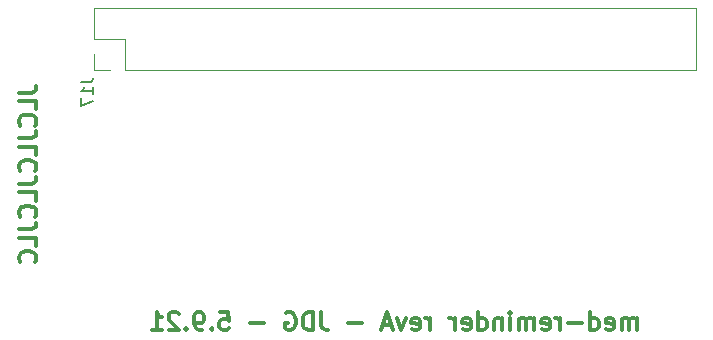
<source format=gbo>
%TF.GenerationSoftware,KiCad,Pcbnew,5.1.10-88a1d61d58~88~ubuntu20.04.1*%
%TF.CreationDate,2021-05-10T23:55:53-04:00*%
%TF.ProjectId,reminder-mainboard,72656d69-6e64-4657-922d-6d61696e626f,rev?*%
%TF.SameCoordinates,Original*%
%TF.FileFunction,Legend,Bot*%
%TF.FilePolarity,Positive*%
%FSLAX46Y46*%
G04 Gerber Fmt 4.6, Leading zero omitted, Abs format (unit mm)*
G04 Created by KiCad (PCBNEW 5.1.10-88a1d61d58~88~ubuntu20.04.1) date 2021-05-10 23:55:53*
%MOMM*%
%LPD*%
G01*
G04 APERTURE LIST*
%ADD10C,0.300000*%
%ADD11C,0.120000*%
%ADD12C,0.150000*%
%ADD13C,0.010000*%
%ADD14C,2.802000*%
%ADD15O,0.902000X1.402000*%
%ADD16O,1.802000X1.802000*%
%ADD17O,1.402000X0.902000*%
G04 APERTURE END LIST*
D10*
X120678571Y-97071428D02*
X121750000Y-97071428D01*
X121964285Y-97000000D01*
X122107142Y-96857142D01*
X122178571Y-96642857D01*
X122178571Y-96500000D01*
X122178571Y-98500000D02*
X122178571Y-97785714D01*
X120678571Y-97785714D01*
X122035714Y-99857142D02*
X122107142Y-99785714D01*
X122178571Y-99571428D01*
X122178571Y-99428571D01*
X122107142Y-99214285D01*
X121964285Y-99071428D01*
X121821428Y-99000000D01*
X121535714Y-98928571D01*
X121321428Y-98928571D01*
X121035714Y-99000000D01*
X120892857Y-99071428D01*
X120750000Y-99214285D01*
X120678571Y-99428571D01*
X120678571Y-99571428D01*
X120750000Y-99785714D01*
X120821428Y-99857142D01*
X120678571Y-100928571D02*
X121750000Y-100928571D01*
X121964285Y-100857142D01*
X122107142Y-100714285D01*
X122178571Y-100500000D01*
X122178571Y-100357142D01*
X122178571Y-102357142D02*
X122178571Y-101642857D01*
X120678571Y-101642857D01*
X122035714Y-103714285D02*
X122107142Y-103642857D01*
X122178571Y-103428571D01*
X122178571Y-103285714D01*
X122107142Y-103071428D01*
X121964285Y-102928571D01*
X121821428Y-102857142D01*
X121535714Y-102785714D01*
X121321428Y-102785714D01*
X121035714Y-102857142D01*
X120892857Y-102928571D01*
X120750000Y-103071428D01*
X120678571Y-103285714D01*
X120678571Y-103428571D01*
X120750000Y-103642857D01*
X120821428Y-103714285D01*
X120678571Y-104785714D02*
X121750000Y-104785714D01*
X121964285Y-104714285D01*
X122107142Y-104571428D01*
X122178571Y-104357142D01*
X122178571Y-104214285D01*
X122178571Y-106214285D02*
X122178571Y-105500000D01*
X120678571Y-105500000D01*
X122035714Y-107571428D02*
X122107142Y-107500000D01*
X122178571Y-107285714D01*
X122178571Y-107142857D01*
X122107142Y-106928571D01*
X121964285Y-106785714D01*
X121821428Y-106714285D01*
X121535714Y-106642857D01*
X121321428Y-106642857D01*
X121035714Y-106714285D01*
X120892857Y-106785714D01*
X120750000Y-106928571D01*
X120678571Y-107142857D01*
X120678571Y-107285714D01*
X120750000Y-107500000D01*
X120821428Y-107571428D01*
X120678571Y-108642857D02*
X121750000Y-108642857D01*
X121964285Y-108571428D01*
X122107142Y-108428571D01*
X122178571Y-108214285D01*
X122178571Y-108071428D01*
X122178571Y-110071428D02*
X122178571Y-109357142D01*
X120678571Y-109357142D01*
X122035714Y-111428571D02*
X122107142Y-111357142D01*
X122178571Y-111142857D01*
X122178571Y-111000000D01*
X122107142Y-110785714D01*
X121964285Y-110642857D01*
X121821428Y-110571428D01*
X121535714Y-110500000D01*
X121321428Y-110500000D01*
X121035714Y-110571428D01*
X120892857Y-110642857D01*
X120750000Y-110785714D01*
X120678571Y-111000000D01*
X120678571Y-111142857D01*
X120750000Y-111357142D01*
X120821428Y-111428571D01*
X173000000Y-117178571D02*
X173000000Y-116178571D01*
X173000000Y-116321428D02*
X172928571Y-116250000D01*
X172785714Y-116178571D01*
X172571428Y-116178571D01*
X172428571Y-116250000D01*
X172357142Y-116392857D01*
X172357142Y-117178571D01*
X172357142Y-116392857D02*
X172285714Y-116250000D01*
X172142857Y-116178571D01*
X171928571Y-116178571D01*
X171785714Y-116250000D01*
X171714285Y-116392857D01*
X171714285Y-117178571D01*
X170428571Y-117107142D02*
X170571428Y-117178571D01*
X170857142Y-117178571D01*
X171000000Y-117107142D01*
X171071428Y-116964285D01*
X171071428Y-116392857D01*
X171000000Y-116250000D01*
X170857142Y-116178571D01*
X170571428Y-116178571D01*
X170428571Y-116250000D01*
X170357142Y-116392857D01*
X170357142Y-116535714D01*
X171071428Y-116678571D01*
X169071428Y-117178571D02*
X169071428Y-115678571D01*
X169071428Y-117107142D02*
X169214285Y-117178571D01*
X169500000Y-117178571D01*
X169642857Y-117107142D01*
X169714285Y-117035714D01*
X169785714Y-116892857D01*
X169785714Y-116464285D01*
X169714285Y-116321428D01*
X169642857Y-116250000D01*
X169500000Y-116178571D01*
X169214285Y-116178571D01*
X169071428Y-116250000D01*
X168357142Y-116607142D02*
X167214285Y-116607142D01*
X166500000Y-117178571D02*
X166500000Y-116178571D01*
X166500000Y-116464285D02*
X166428571Y-116321428D01*
X166357142Y-116250000D01*
X166214285Y-116178571D01*
X166071428Y-116178571D01*
X165000000Y-117107142D02*
X165142857Y-117178571D01*
X165428571Y-117178571D01*
X165571428Y-117107142D01*
X165642857Y-116964285D01*
X165642857Y-116392857D01*
X165571428Y-116250000D01*
X165428571Y-116178571D01*
X165142857Y-116178571D01*
X165000000Y-116250000D01*
X164928571Y-116392857D01*
X164928571Y-116535714D01*
X165642857Y-116678571D01*
X164285714Y-117178571D02*
X164285714Y-116178571D01*
X164285714Y-116321428D02*
X164214285Y-116250000D01*
X164071428Y-116178571D01*
X163857142Y-116178571D01*
X163714285Y-116250000D01*
X163642857Y-116392857D01*
X163642857Y-117178571D01*
X163642857Y-116392857D02*
X163571428Y-116250000D01*
X163428571Y-116178571D01*
X163214285Y-116178571D01*
X163071428Y-116250000D01*
X163000000Y-116392857D01*
X163000000Y-117178571D01*
X162285714Y-117178571D02*
X162285714Y-116178571D01*
X162285714Y-115678571D02*
X162357142Y-115750000D01*
X162285714Y-115821428D01*
X162214285Y-115750000D01*
X162285714Y-115678571D01*
X162285714Y-115821428D01*
X161571428Y-116178571D02*
X161571428Y-117178571D01*
X161571428Y-116321428D02*
X161500000Y-116250000D01*
X161357142Y-116178571D01*
X161142857Y-116178571D01*
X161000000Y-116250000D01*
X160928571Y-116392857D01*
X160928571Y-117178571D01*
X159571428Y-117178571D02*
X159571428Y-115678571D01*
X159571428Y-117107142D02*
X159714285Y-117178571D01*
X160000000Y-117178571D01*
X160142857Y-117107142D01*
X160214285Y-117035714D01*
X160285714Y-116892857D01*
X160285714Y-116464285D01*
X160214285Y-116321428D01*
X160142857Y-116250000D01*
X160000000Y-116178571D01*
X159714285Y-116178571D01*
X159571428Y-116250000D01*
X158285714Y-117107142D02*
X158428571Y-117178571D01*
X158714285Y-117178571D01*
X158857142Y-117107142D01*
X158928571Y-116964285D01*
X158928571Y-116392857D01*
X158857142Y-116250000D01*
X158714285Y-116178571D01*
X158428571Y-116178571D01*
X158285714Y-116250000D01*
X158214285Y-116392857D01*
X158214285Y-116535714D01*
X158928571Y-116678571D01*
X157571428Y-117178571D02*
X157571428Y-116178571D01*
X157571428Y-116464285D02*
X157500000Y-116321428D01*
X157428571Y-116250000D01*
X157285714Y-116178571D01*
X157142857Y-116178571D01*
X155500000Y-117178571D02*
X155500000Y-116178571D01*
X155500000Y-116464285D02*
X155428571Y-116321428D01*
X155357142Y-116250000D01*
X155214285Y-116178571D01*
X155071428Y-116178571D01*
X154000000Y-117107142D02*
X154142857Y-117178571D01*
X154428571Y-117178571D01*
X154571428Y-117107142D01*
X154642857Y-116964285D01*
X154642857Y-116392857D01*
X154571428Y-116250000D01*
X154428571Y-116178571D01*
X154142857Y-116178571D01*
X154000000Y-116250000D01*
X153928571Y-116392857D01*
X153928571Y-116535714D01*
X154642857Y-116678571D01*
X153428571Y-116178571D02*
X153071428Y-117178571D01*
X152714285Y-116178571D01*
X152214285Y-116750000D02*
X151500000Y-116750000D01*
X152357142Y-117178571D02*
X151857142Y-115678571D01*
X151357142Y-117178571D01*
X149714285Y-116607142D02*
X148571428Y-116607142D01*
X146285714Y-115678571D02*
X146285714Y-116750000D01*
X146357142Y-116964285D01*
X146500000Y-117107142D01*
X146714285Y-117178571D01*
X146857142Y-117178571D01*
X145571428Y-117178571D02*
X145571428Y-115678571D01*
X145214285Y-115678571D01*
X145000000Y-115750000D01*
X144857142Y-115892857D01*
X144785714Y-116035714D01*
X144714285Y-116321428D01*
X144714285Y-116535714D01*
X144785714Y-116821428D01*
X144857142Y-116964285D01*
X145000000Y-117107142D01*
X145214285Y-117178571D01*
X145571428Y-117178571D01*
X143285714Y-115750000D02*
X143428571Y-115678571D01*
X143642857Y-115678571D01*
X143857142Y-115750000D01*
X144000000Y-115892857D01*
X144071428Y-116035714D01*
X144142857Y-116321428D01*
X144142857Y-116535714D01*
X144071428Y-116821428D01*
X144000000Y-116964285D01*
X143857142Y-117107142D01*
X143642857Y-117178571D01*
X143500000Y-117178571D01*
X143285714Y-117107142D01*
X143214285Y-117035714D01*
X143214285Y-116535714D01*
X143500000Y-116535714D01*
X141428571Y-116607142D02*
X140285714Y-116607142D01*
X137714285Y-115678571D02*
X138428571Y-115678571D01*
X138500000Y-116392857D01*
X138428571Y-116321428D01*
X138285714Y-116250000D01*
X137928571Y-116250000D01*
X137785714Y-116321428D01*
X137714285Y-116392857D01*
X137642857Y-116535714D01*
X137642857Y-116892857D01*
X137714285Y-117035714D01*
X137785714Y-117107142D01*
X137928571Y-117178571D01*
X138285714Y-117178571D01*
X138428571Y-117107142D01*
X138500000Y-117035714D01*
X137000000Y-117035714D02*
X136928571Y-117107142D01*
X137000000Y-117178571D01*
X137071428Y-117107142D01*
X137000000Y-117035714D01*
X137000000Y-117178571D01*
X136214285Y-117178571D02*
X135928571Y-117178571D01*
X135785714Y-117107142D01*
X135714285Y-117035714D01*
X135571428Y-116821428D01*
X135500000Y-116535714D01*
X135500000Y-115964285D01*
X135571428Y-115821428D01*
X135642857Y-115750000D01*
X135785714Y-115678571D01*
X136071428Y-115678571D01*
X136214285Y-115750000D01*
X136285714Y-115821428D01*
X136357142Y-115964285D01*
X136357142Y-116321428D01*
X136285714Y-116464285D01*
X136214285Y-116535714D01*
X136071428Y-116607142D01*
X135785714Y-116607142D01*
X135642857Y-116535714D01*
X135571428Y-116464285D01*
X135500000Y-116321428D01*
X134857142Y-117035714D02*
X134785714Y-117107142D01*
X134857142Y-117178571D01*
X134928571Y-117107142D01*
X134857142Y-117035714D01*
X134857142Y-117178571D01*
X134214285Y-115821428D02*
X134142857Y-115750000D01*
X134000000Y-115678571D01*
X133642857Y-115678571D01*
X133500000Y-115750000D01*
X133428571Y-115821428D01*
X133357142Y-115964285D01*
X133357142Y-116107142D01*
X133428571Y-116321428D01*
X134285714Y-117178571D01*
X133357142Y-117178571D01*
X131928571Y-117178571D02*
X132785714Y-117178571D01*
X132357142Y-117178571D02*
X132357142Y-115678571D01*
X132500000Y-115892857D01*
X132642857Y-116035714D01*
X132785714Y-116107142D01*
D11*
X127070000Y-93790000D02*
X127070000Y-95120000D01*
X127070000Y-95120000D02*
X128400000Y-95120000D01*
X127070000Y-92520000D02*
X129670000Y-92520000D01*
X129670000Y-92520000D02*
X129670000Y-95120000D01*
X129670000Y-95120000D02*
X177990000Y-95120000D01*
X177990000Y-89920000D02*
X177990000Y-95120000D01*
X127070000Y-89920000D02*
X177990000Y-89920000D01*
X127070000Y-89920000D02*
X127070000Y-92520000D01*
D12*
X125952380Y-96190476D02*
X126666666Y-96190476D01*
X126809523Y-96142857D01*
X126904761Y-96047619D01*
X126952380Y-95904761D01*
X126952380Y-95809523D01*
X126952380Y-97190476D02*
X126952380Y-96619047D01*
X126952380Y-96904761D02*
X125952380Y-96904761D01*
X126095238Y-96809523D01*
X126190476Y-96714285D01*
X126238095Y-96619047D01*
X125952380Y-97523809D02*
X125952380Y-98190476D01*
X126952380Y-97761904D01*
%LPC*%
D13*
G36*
X166503791Y-100557350D02*
G01*
X166398883Y-100581588D01*
X166288247Y-100623984D01*
X166255700Y-100639153D01*
X166190128Y-100674088D01*
X166133867Y-100712705D01*
X166077029Y-100762157D01*
X166051644Y-100786848D01*
X166008259Y-100831678D01*
X165974224Y-100872020D01*
X165944734Y-100914848D01*
X165914989Y-100967136D01*
X165880194Y-101035842D01*
X165804850Y-101189235D01*
X165709671Y-101231043D01*
X165655250Y-101256808D01*
X165601544Y-101285294D01*
X165559580Y-101310630D01*
X165557271Y-101312200D01*
X165527569Y-101334362D01*
X165488572Y-101365872D01*
X165444238Y-101403229D01*
X165398526Y-101442931D01*
X165355394Y-101481478D01*
X165318800Y-101515369D01*
X165292701Y-101541103D01*
X165281057Y-101555179D01*
X165280958Y-101556590D01*
X165294027Y-101554911D01*
X165328155Y-101547700D01*
X165379807Y-101535782D01*
X165445450Y-101519983D01*
X165521551Y-101501130D01*
X165564235Y-101490356D01*
X165660521Y-101466256D01*
X165737049Y-101448128D01*
X165798529Y-101435126D01*
X165849671Y-101426407D01*
X165895185Y-101421129D01*
X165939781Y-101418447D01*
X165969950Y-101417705D01*
X166033015Y-101417691D01*
X166077702Y-101420469D01*
X166110970Y-101426998D01*
X166139775Y-101438239D01*
X166147750Y-101442238D01*
X166186939Y-101468984D01*
X166219002Y-101506301D01*
X166244961Y-101556964D01*
X166265837Y-101623744D01*
X166282649Y-101709414D01*
X166296418Y-101816748D01*
X166300438Y-101857075D01*
X166303850Y-101905295D01*
X166302056Y-101936643D01*
X166293797Y-101959339D01*
X166282144Y-101976208D01*
X166247815Y-102038745D01*
X166236851Y-102106071D01*
X166249055Y-102173494D01*
X166284228Y-102236322D01*
X166293619Y-102247497D01*
X166318136Y-102279999D01*
X166329380Y-102312837D01*
X166331933Y-102354762D01*
X166335929Y-102428825D01*
X166347367Y-102523796D01*
X166365521Y-102636528D01*
X166389665Y-102763880D01*
X166419070Y-102902707D01*
X166453011Y-103049864D01*
X166490760Y-103202209D01*
X166531591Y-103356598D01*
X166574777Y-103509886D01*
X166619590Y-103658931D01*
X166665305Y-103800587D01*
X166668175Y-103809120D01*
X166686190Y-103862968D01*
X166700735Y-103907224D01*
X166710156Y-103936804D01*
X166712900Y-103946598D01*
X166701192Y-103947953D01*
X166669880Y-103947500D01*
X166624688Y-103945376D01*
X166601775Y-103943939D01*
X166548378Y-103940393D01*
X166477594Y-103935751D01*
X166397385Y-103930533D01*
X166315712Y-103925257D01*
X166287450Y-103923442D01*
X166155283Y-103914140D01*
X166001279Y-103901842D01*
X165828785Y-103886848D01*
X165641149Y-103869460D01*
X165441719Y-103849980D01*
X165233843Y-103828707D01*
X165233350Y-103828656D01*
X165139086Y-103818816D01*
X165045050Y-103809038D01*
X164956884Y-103799906D01*
X164880230Y-103792003D01*
X164820729Y-103785914D01*
X164801550Y-103783971D01*
X164588275Y-103761782D01*
X164395102Y-103740161D01*
X164216762Y-103718473D01*
X164047986Y-103696082D01*
X163912550Y-103676679D01*
X163780182Y-103657270D01*
X163670615Y-103641694D01*
X163581573Y-103629753D01*
X163510779Y-103621248D01*
X163455957Y-103615981D01*
X163414829Y-103613755D01*
X163385120Y-103614371D01*
X163364552Y-103617631D01*
X163350850Y-103623338D01*
X163345519Y-103627352D01*
X163330767Y-103647541D01*
X163323970Y-103676338D01*
X163325522Y-103716588D01*
X163335815Y-103771136D01*
X163355242Y-103842825D01*
X163384196Y-103934501D01*
X163390573Y-103953715D01*
X163432978Y-104078515D01*
X163471469Y-104186106D01*
X163508994Y-104283735D01*
X163548502Y-104378650D01*
X163592941Y-104478096D01*
X163645260Y-104589322D01*
X163670466Y-104641650D01*
X163796851Y-104890419D01*
X163931915Y-105131738D01*
X164077834Y-105368816D01*
X164236789Y-105604861D01*
X164410958Y-105843083D01*
X164602519Y-106086689D01*
X164813650Y-106338889D01*
X164856032Y-106387900D01*
X164897761Y-106434683D01*
X164951509Y-106493017D01*
X165015038Y-106560630D01*
X165086115Y-106635249D01*
X165162503Y-106714604D01*
X165241967Y-106796422D01*
X165322272Y-106878432D01*
X165401183Y-106958362D01*
X165476465Y-107033940D01*
X165545881Y-107102895D01*
X165607197Y-107162955D01*
X165658178Y-107211847D01*
X165696587Y-107247301D01*
X165720190Y-107267045D01*
X165722893Y-107268881D01*
X165735998Y-107275521D01*
X165754734Y-107281975D01*
X165780827Y-107288455D01*
X165816001Y-107295175D01*
X165861981Y-107302348D01*
X165920493Y-107310185D01*
X165993261Y-107318900D01*
X166082011Y-107328707D01*
X166188468Y-107339817D01*
X166314356Y-107352443D01*
X166461401Y-107366799D01*
X166631328Y-107383097D01*
X166706550Y-107390251D01*
X166937898Y-107411407D01*
X167161544Y-107430115D01*
X167380996Y-107446547D01*
X167599759Y-107460876D01*
X167821339Y-107473274D01*
X168049242Y-107483915D01*
X168286975Y-107492970D01*
X168538044Y-107500614D01*
X168805955Y-107507017D01*
X169094214Y-107512353D01*
X169227500Y-107514395D01*
X169779950Y-107522380D01*
X169887900Y-107679932D01*
X169941503Y-107755306D01*
X169985472Y-107810262D01*
X170021907Y-107846908D01*
X170052908Y-107867352D01*
X170080576Y-107873703D01*
X170080945Y-107873702D01*
X170096784Y-107868279D01*
X170131793Y-107853167D01*
X170182410Y-107830005D01*
X170245073Y-107800435D01*
X170316220Y-107766098D01*
X170344375Y-107752321D01*
X170423070Y-107712902D01*
X170499195Y-107673373D01*
X170567899Y-107636358D01*
X170624333Y-107604481D01*
X170663645Y-107580365D01*
X170669007Y-107576717D01*
X170746714Y-107522396D01*
X171209482Y-107513980D01*
X171533811Y-107507304D01*
X171835528Y-107499428D01*
X172117399Y-107490215D01*
X172382188Y-107479527D01*
X172632662Y-107467228D01*
X172871587Y-107453182D01*
X173101727Y-107437251D01*
X173325848Y-107419298D01*
X173546717Y-107399187D01*
X173564550Y-107397459D01*
X173748676Y-107379516D01*
X173909225Y-107363787D01*
X174047905Y-107350066D01*
X174166423Y-107338143D01*
X174266486Y-107327812D01*
X174349802Y-107318863D01*
X174418078Y-107311090D01*
X174473022Y-107304284D01*
X174516341Y-107298236D01*
X174549742Y-107292739D01*
X174574933Y-107287586D01*
X174593621Y-107282567D01*
X174607514Y-107277474D01*
X174618319Y-107272101D01*
X174624581Y-107268304D01*
X174645773Y-107251238D01*
X174682165Y-107218021D01*
X174731497Y-107170949D01*
X174791512Y-107112319D01*
X174859949Y-107044429D01*
X174934550Y-106969575D01*
X175013055Y-106890055D01*
X175093207Y-106808165D01*
X175172746Y-106726202D01*
X175249412Y-106646464D01*
X175320947Y-106571248D01*
X175385093Y-106502849D01*
X175439589Y-106443567D01*
X175477913Y-106400600D01*
X175734600Y-106095959D01*
X175967861Y-105796683D01*
X176178685Y-105501141D01*
X176368063Y-105207699D01*
X176514824Y-104953162D01*
X176326800Y-104953162D01*
X176319658Y-104978214D01*
X176299325Y-105021218D01*
X176267439Y-105079507D01*
X176225639Y-105150413D01*
X176175563Y-105231266D01*
X176118852Y-105319400D01*
X176057143Y-105412145D01*
X175992075Y-105506833D01*
X175950996Y-105565022D01*
X175828874Y-105732554D01*
X175707110Y-105891892D01*
X175582625Y-106046607D01*
X175452340Y-106200272D01*
X175313177Y-106356459D01*
X175162058Y-106518740D01*
X174995903Y-106690687D01*
X174879640Y-106808067D01*
X174542450Y-107145685D01*
X174326550Y-107173090D01*
X174260371Y-107180922D01*
X174173844Y-107190293D01*
X174071944Y-107200713D01*
X173959641Y-107211691D01*
X173841908Y-107222737D01*
X173723718Y-107233359D01*
X173659800Y-107238887D01*
X173545866Y-107248677D01*
X173431697Y-107258646D01*
X173321837Y-107268389D01*
X173220828Y-107277495D01*
X173133212Y-107285557D01*
X173063531Y-107292166D01*
X173031150Y-107295374D01*
X172928739Y-107304529D01*
X172804449Y-107313522D01*
X172661801Y-107322211D01*
X172504316Y-107330457D01*
X172335515Y-107338119D01*
X172158920Y-107345058D01*
X171978052Y-107351133D01*
X171796431Y-107356203D01*
X171617579Y-107360129D01*
X171445017Y-107362770D01*
X171311464Y-107363875D01*
X170899878Y-107365800D01*
X171033542Y-107228733D01*
X171086499Y-107173703D01*
X171123939Y-107132548D01*
X171148652Y-107101535D01*
X171163423Y-107076927D01*
X171171041Y-107054990D01*
X171172176Y-107048330D01*
X171008615Y-107048330D01*
X170845133Y-107221715D01*
X170789864Y-107279679D01*
X170737030Y-107333901D01*
X170690448Y-107380553D01*
X170653936Y-107415803D01*
X170633077Y-107434425D01*
X170609445Y-107450282D01*
X170568606Y-107474318D01*
X170514670Y-107504399D01*
X170451746Y-107538394D01*
X170383946Y-107574170D01*
X170315378Y-107609594D01*
X170250153Y-107642534D01*
X170192382Y-107670858D01*
X170146174Y-107692432D01*
X170115640Y-107705125D01*
X170106591Y-107707588D01*
X170094923Y-107697767D01*
X170072034Y-107669749D01*
X170040314Y-107626784D01*
X170002153Y-107572120D01*
X169959941Y-107509005D01*
X169955570Y-107502325D01*
X169901098Y-107418991D01*
X169863276Y-107361214D01*
X169672000Y-107361214D01*
X169659749Y-107362478D01*
X169624784Y-107363348D01*
X169569787Y-107363848D01*
X169497439Y-107364005D01*
X169410425Y-107363847D01*
X169311425Y-107363400D01*
X169203123Y-107362690D01*
X169088200Y-107361745D01*
X168969339Y-107360590D01*
X168849221Y-107359253D01*
X168730530Y-107357760D01*
X168615948Y-107356137D01*
X168508156Y-107354412D01*
X168409837Y-107352611D01*
X168323674Y-107350760D01*
X168252348Y-107348887D01*
X168198542Y-107347018D01*
X168186100Y-107346456D01*
X168136023Y-107344028D01*
X168066602Y-107340681D01*
X167983866Y-107336705D01*
X167893844Y-107332389D01*
X167802562Y-107328022D01*
X167786050Y-107327234D01*
X167688675Y-107322119D01*
X167585343Y-107315890D01*
X167483847Y-107309072D01*
X167391977Y-107302188D01*
X167317526Y-107295761D01*
X167316150Y-107295630D01*
X167233466Y-107287840D01*
X167135779Y-107278853D01*
X167033399Y-107269604D01*
X166936635Y-107261031D01*
X166903400Y-107258138D01*
X166807324Y-107249823D01*
X166697726Y-107240334D01*
X166586393Y-107230691D01*
X166485108Y-107221915D01*
X166458900Y-107219644D01*
X166363639Y-107210838D01*
X166255669Y-107199975D01*
X166146480Y-107188261D01*
X166047562Y-107176903D01*
X166020750Y-107173639D01*
X165804850Y-107146899D01*
X165455600Y-106795974D01*
X165336768Y-106676057D01*
X165233255Y-106570297D01*
X165142008Y-106475314D01*
X165059972Y-106387727D01*
X164984093Y-106304158D01*
X164911317Y-106221226D01*
X164838589Y-106135550D01*
X164762855Y-106043752D01*
X164681061Y-105942450D01*
X164656148Y-105911285D01*
X164586335Y-105821856D01*
X164512832Y-105724216D01*
X164437670Y-105621352D01*
X164362880Y-105516251D01*
X164290495Y-105411898D01*
X164222546Y-105311280D01*
X164161063Y-105217383D01*
X164108080Y-105133194D01*
X164065626Y-105061698D01*
X164035734Y-105005882D01*
X164026549Y-104985787D01*
X164007460Y-104940100D01*
X164069868Y-104940100D01*
X164108421Y-104942270D01*
X164163738Y-104948139D01*
X164227615Y-104956739D01*
X164276413Y-104964434D01*
X164385980Y-104982005D01*
X164513354Y-105000899D01*
X164651050Y-105020111D01*
X164791582Y-105038634D01*
X164927465Y-105055463D01*
X165051213Y-105069592D01*
X165087300Y-105073407D01*
X165171116Y-105082483D01*
X165269979Y-105093856D01*
X165373779Y-105106325D01*
X165472403Y-105118690D01*
X165512750Y-105123946D01*
X165608682Y-105135950D01*
X165718749Y-105148633D01*
X165831760Y-105160770D01*
X165936522Y-105171134D01*
X165976300Y-105174745D01*
X166061323Y-105182362D01*
X166163735Y-105191809D01*
X166275656Y-105202342D01*
X166389205Y-105213217D01*
X166496502Y-105223692D01*
X166522400Y-105226258D01*
X166768851Y-105249115D01*
X167036210Y-105270863D01*
X167320001Y-105291207D01*
X167615747Y-105309855D01*
X167918968Y-105326512D01*
X168225189Y-105340885D01*
X168351200Y-105346075D01*
X168446357Y-105350001D01*
X168537793Y-105354088D01*
X168621010Y-105358112D01*
X168691506Y-105361848D01*
X168744781Y-105365069D01*
X168772311Y-105367155D01*
X168856872Y-105374952D01*
X169027971Y-105605201D01*
X169089606Y-105687381D01*
X169138949Y-105753053D01*
X169177351Y-105806369D01*
X169206165Y-105851480D01*
X169226740Y-105892538D01*
X169240428Y-105933697D01*
X169248580Y-105979107D01*
X169252548Y-106032920D01*
X169253682Y-106099290D01*
X169253335Y-106182367D01*
X169252856Y-106286305D01*
X169252853Y-106296232D01*
X169253155Y-106411942D01*
X169254099Y-106504757D01*
X169255789Y-106577179D01*
X169258331Y-106631709D01*
X169261830Y-106670846D01*
X169266392Y-106697092D01*
X169270209Y-106708982D01*
X169283728Y-106735266D01*
X169309448Y-106779952D01*
X169345625Y-106840215D01*
X169390514Y-106913229D01*
X169442368Y-106996169D01*
X169499442Y-107086208D01*
X169559991Y-107180521D01*
X169591530Y-107229177D01*
X169623213Y-107278566D01*
X169649023Y-107320085D01*
X169666198Y-107349202D01*
X169672000Y-107361214D01*
X169863276Y-107361214D01*
X169839526Y-107324934D01*
X169776773Y-107229189D01*
X169718759Y-107140787D01*
X169691363Y-107099100D01*
X169643062Y-107025486D01*
X169592914Y-106948781D01*
X169545257Y-106875638D01*
X169504430Y-106812713D01*
X169483609Y-106780440D01*
X169405300Y-106658631D01*
X169405300Y-106320815D01*
X169405723Y-106227311D01*
X169406922Y-106144058D01*
X169408792Y-106074165D01*
X169411227Y-106020743D01*
X169414124Y-105986901D01*
X169416939Y-105975805D01*
X169426814Y-105984049D01*
X169449901Y-106010650D01*
X169484488Y-106053415D01*
X169528861Y-106110150D01*
X169581306Y-106178661D01*
X169640112Y-106256755D01*
X169703563Y-106342237D01*
X169711404Y-106352881D01*
X169781599Y-106448228D01*
X169852550Y-106544554D01*
X169921517Y-106638143D01*
X169985763Y-106725283D01*
X170042550Y-106802259D01*
X170089140Y-106865357D01*
X170116416Y-106902250D01*
X170161757Y-106963679D01*
X170205298Y-107022967D01*
X170243208Y-107074875D01*
X170271657Y-107114166D01*
X170280886Y-107127091D01*
X170323169Y-107186833D01*
X170379303Y-107148212D01*
X170409993Y-107123636D01*
X170428650Y-107101910D01*
X170431544Y-107092118D01*
X170423486Y-107078935D01*
X170401679Y-107047206D01*
X170367475Y-106998806D01*
X170322227Y-106935612D01*
X170267289Y-106859500D01*
X170204014Y-106772346D01*
X170133754Y-106676025D01*
X170057863Y-106572414D01*
X169995850Y-106488044D01*
X169916331Y-106379953D01*
X169841170Y-106277664D01*
X169771745Y-106183060D01*
X169709436Y-106098026D01*
X169655621Y-106024448D01*
X169611679Y-105964210D01*
X169578989Y-105919196D01*
X169558930Y-105891291D01*
X169552959Y-105882650D01*
X169549807Y-105874281D01*
X169553813Y-105869682D01*
X169567343Y-105869396D01*
X169592760Y-105873967D01*
X169632430Y-105883941D01*
X169688715Y-105899862D01*
X169763981Y-105922274D01*
X169860592Y-105951722D01*
X169883850Y-105958862D01*
X169982673Y-105989673D01*
X170060947Y-106015732D01*
X170122555Y-106039233D01*
X170171382Y-106062369D01*
X170211310Y-106087335D01*
X170246222Y-106116325D01*
X170280001Y-106151532D01*
X170316531Y-106195151D01*
X170328523Y-106210100D01*
X170356335Y-106244399D01*
X170397701Y-106294676D01*
X170449777Y-106357509D01*
X170509718Y-106429477D01*
X170574680Y-106507160D01*
X170641820Y-106587137D01*
X170658195Y-106606594D01*
X170723799Y-106684921D01*
X170786342Y-106760371D01*
X170843301Y-106829844D01*
X170892158Y-106890240D01*
X170930391Y-106938458D01*
X170955479Y-106971399D01*
X170960235Y-106978084D01*
X171008615Y-107048330D01*
X171172176Y-107048330D01*
X171173357Y-107041408D01*
X171174473Y-107005928D01*
X171164483Y-106977711D01*
X171140129Y-106945788D01*
X171119765Y-106921709D01*
X171086675Y-106881860D01*
X171044122Y-106830204D01*
X170995370Y-106770705D01*
X170943686Y-106707327D01*
X170942000Y-106705255D01*
X170882364Y-106632410D01*
X170817932Y-106554508D01*
X170754259Y-106478212D01*
X170696899Y-106410186D01*
X170662239Y-106369616D01*
X170605532Y-106303214D01*
X170542055Y-106227955D01*
X170479790Y-106153353D01*
X170429434Y-106092243D01*
X170386185Y-106040488D01*
X170346050Y-105994651D01*
X170312938Y-105959048D01*
X170290761Y-105937994D01*
X170287498Y-105935585D01*
X170262648Y-105923497D01*
X170220288Y-105907026D01*
X170167333Y-105888753D01*
X170132952Y-105877876D01*
X170077184Y-105860872D01*
X170004580Y-105838751D01*
X169922602Y-105813787D01*
X169858172Y-105794175D01*
X169404954Y-105794175D01*
X169394790Y-105801985D01*
X169383075Y-105803146D01*
X169365321Y-105793156D01*
X169338717Y-105767238D01*
X169308497Y-105730607D01*
X169303425Y-105723755D01*
X169282541Y-105695191D01*
X169248740Y-105649087D01*
X169204163Y-105588358D01*
X169150951Y-105515921D01*
X169091246Y-105434690D01*
X169027190Y-105347581D01*
X168966875Y-105265596D01*
X168945786Y-105236932D01*
X168754742Y-105236932D01*
X168754703Y-105239694D01*
X168750652Y-105241780D01*
X168740855Y-105243129D01*
X168723578Y-105243680D01*
X168697087Y-105243375D01*
X168659646Y-105242150D01*
X168609523Y-105239947D01*
X168544983Y-105236705D01*
X168464291Y-105232363D01*
X168365714Y-105226860D01*
X168247517Y-105220137D01*
X168107966Y-105212132D01*
X167945328Y-105202785D01*
X167889924Y-105199603D01*
X167758208Y-105191745D01*
X167620271Y-105182976D01*
X167481315Y-105173663D01*
X167346540Y-105164175D01*
X167221149Y-105154876D01*
X167110343Y-105146135D01*
X167019323Y-105138318D01*
X167013624Y-105137796D01*
X166916038Y-105128960D01*
X166819247Y-105120458D01*
X166728465Y-105112729D01*
X166648901Y-105106210D01*
X166585766Y-105101341D01*
X166554150Y-105099149D01*
X166479260Y-105093704D01*
X166383987Y-105085694D01*
X166273164Y-105075605D01*
X166151625Y-105063924D01*
X166024203Y-105051140D01*
X165895730Y-105037738D01*
X165771041Y-105024205D01*
X165654968Y-105011030D01*
X165552344Y-104998699D01*
X165531800Y-104996116D01*
X165440644Y-104984695D01*
X165344405Y-104972898D01*
X165251146Y-104961697D01*
X165168927Y-104952062D01*
X165119050Y-104946412D01*
X165058924Y-104939398D01*
X164979527Y-104929596D01*
X164886740Y-104917762D01*
X164786445Y-104904652D01*
X164684523Y-104891022D01*
X164623750Y-104882733D01*
X164522780Y-104868856D01*
X164418970Y-104854609D01*
X164318425Y-104840829D01*
X164227248Y-104828351D01*
X164151546Y-104818011D01*
X164116761Y-104813274D01*
X164045522Y-104803232D01*
X163994749Y-104794800D01*
X163959681Y-104786636D01*
X163935555Y-104777396D01*
X163917610Y-104765737D01*
X163903992Y-104753252D01*
X163883169Y-104725143D01*
X163855241Y-104676731D01*
X163821731Y-104611602D01*
X163784163Y-104533342D01*
X163744060Y-104445539D01*
X163702945Y-104351779D01*
X163662343Y-104255648D01*
X163623776Y-104160731D01*
X163588767Y-104070617D01*
X163558841Y-103988891D01*
X163535521Y-103919139D01*
X163520329Y-103864949D01*
X163515368Y-103838375D01*
X163509197Y-103784400D01*
X163564824Y-103784474D01*
X163601991Y-103786446D01*
X163655380Y-103791672D01*
X163716159Y-103799220D01*
X163747450Y-103803709D01*
X163878802Y-103823409D01*
X163990997Y-103839905D01*
X164089966Y-103853974D01*
X164181640Y-103866394D01*
X164271949Y-103877939D01*
X164366822Y-103889386D01*
X164472191Y-103901513D01*
X164593986Y-103915094D01*
X164620938Y-103918064D01*
X164720781Y-103929156D01*
X164812984Y-103939598D01*
X164894392Y-103949019D01*
X164961849Y-103957044D01*
X165012197Y-103963301D01*
X165042280Y-103967417D01*
X165049200Y-103968677D01*
X165065434Y-103970841D01*
X165104308Y-103974826D01*
X165163148Y-103980403D01*
X165239279Y-103987343D01*
X165330023Y-103995416D01*
X165432706Y-104004394D01*
X165544651Y-104014047D01*
X165663184Y-104024147D01*
X165785627Y-104034464D01*
X165909306Y-104044769D01*
X166031545Y-104054834D01*
X166149667Y-104064430D01*
X166260998Y-104073326D01*
X166362862Y-104081295D01*
X166382700Y-104082822D01*
X166448225Y-104087658D01*
X166516600Y-104092289D01*
X166590173Y-104096829D01*
X166671293Y-104101393D01*
X166762309Y-104106095D01*
X166865569Y-104111050D01*
X166983421Y-104116371D01*
X167118215Y-104122172D01*
X167272300Y-104128569D01*
X167448022Y-104135675D01*
X167563800Y-104140287D01*
X167656721Y-104144129D01*
X167742336Y-104147970D01*
X167817060Y-104151626D01*
X167877308Y-104154910D01*
X167919495Y-104157640D01*
X167940033Y-104159628D01*
X167940368Y-104159693D01*
X167954580Y-104170791D01*
X167982066Y-104201146D01*
X168023026Y-104251011D01*
X168077656Y-104320640D01*
X168146156Y-104410286D01*
X168228723Y-104520202D01*
X168325555Y-104650643D01*
X168353118Y-104687986D01*
X168428234Y-104789931D01*
X168498946Y-104886039D01*
X168563787Y-104974304D01*
X168621288Y-105052720D01*
X168669981Y-105119282D01*
X168708397Y-105171986D01*
X168735068Y-105208826D01*
X168748526Y-105227795D01*
X168749722Y-105229623D01*
X168752504Y-105233555D01*
X168754742Y-105236932D01*
X168945786Y-105236932D01*
X168894110Y-105166695D01*
X168817976Y-105063186D01*
X168741773Y-104959560D01*
X168668804Y-104860306D01*
X168602370Y-104769916D01*
X168545772Y-104692881D01*
X168518697Y-104656012D01*
X168462250Y-104579128D01*
X168403929Y-104499694D01*
X168347807Y-104423254D01*
X168297956Y-104355358D01*
X168258449Y-104301551D01*
X168253635Y-104294994D01*
X168218104Y-104245399D01*
X168189626Y-104203325D01*
X168170823Y-104172822D01*
X168164315Y-104157940D01*
X168164557Y-104157310D01*
X168174848Y-104153259D01*
X168189763Y-104159136D01*
X168210760Y-104176590D01*
X168239298Y-104207269D01*
X168276834Y-104252823D01*
X168324827Y-104314901D01*
X168384733Y-104395152D01*
X168433171Y-104461153D01*
X168500204Y-104552831D01*
X168577629Y-104658557D01*
X168660755Y-104771938D01*
X168744895Y-104886582D01*
X168825359Y-104996098D01*
X168890371Y-105084466D01*
X168992663Y-105223435D01*
X169080853Y-105343341D01*
X169155930Y-105445548D01*
X169218885Y-105531423D01*
X169270708Y-105602332D01*
X169312389Y-105659639D01*
X169344919Y-105704711D01*
X169369287Y-105738913D01*
X169386484Y-105763611D01*
X169397501Y-105780171D01*
X169403326Y-105789958D01*
X169404954Y-105794175D01*
X169858172Y-105794175D01*
X169838716Y-105788253D01*
X169792478Y-105774184D01*
X169720596Y-105751711D01*
X169655751Y-105730309D01*
X169602478Y-105711561D01*
X169565308Y-105697053D01*
X169549980Y-105689400D01*
X169533650Y-105673114D01*
X169507228Y-105641938D01*
X169474183Y-105600491D01*
X169437985Y-105553392D01*
X169402104Y-105505260D01*
X169370008Y-105460715D01*
X169345167Y-105424375D01*
X169331052Y-105400860D01*
X169329100Y-105395330D01*
X169341469Y-105393580D01*
X169377252Y-105391905D01*
X169434460Y-105390331D01*
X169511109Y-105388881D01*
X169605212Y-105387579D01*
X169714781Y-105386449D01*
X169837830Y-105385514D01*
X169972373Y-105384799D01*
X170116423Y-105384328D01*
X170259375Y-105384128D01*
X170418645Y-105383882D01*
X170576345Y-105383324D01*
X170729721Y-105382482D01*
X170876014Y-105381386D01*
X171012469Y-105380065D01*
X171136330Y-105378547D01*
X171244840Y-105376861D01*
X171335242Y-105375036D01*
X171404780Y-105373101D01*
X171437300Y-105371807D01*
X171525978Y-105367650D01*
X171631991Y-105362818D01*
X171747297Y-105357669D01*
X171863851Y-105352562D01*
X171973611Y-105347855D01*
X172002450Y-105346639D01*
X172182052Y-105338635D01*
X172367591Y-105329491D01*
X172555697Y-105319424D01*
X172743004Y-105308648D01*
X172926142Y-105297382D01*
X173101742Y-105285840D01*
X173266437Y-105274240D01*
X173416857Y-105262798D01*
X173549633Y-105251730D01*
X173661398Y-105241252D01*
X173690164Y-105238273D01*
X173768213Y-105230271D01*
X173861757Y-105221144D01*
X173960970Y-105211825D01*
X174056031Y-105203247D01*
X174091600Y-105200154D01*
X174264909Y-105184856D01*
X174422656Y-105170049D01*
X174562708Y-105155953D01*
X174682934Y-105142787D01*
X174781201Y-105130772D01*
X174828200Y-105124283D01*
X174880694Y-105117147D01*
X174951711Y-105108258D01*
X175034502Y-105098422D01*
X175122318Y-105088443D01*
X175196500Y-105080383D01*
X175336429Y-105064836D01*
X175484031Y-105047162D01*
X175633208Y-105028169D01*
X175777864Y-105008667D01*
X175911901Y-104989462D01*
X176029223Y-104971363D01*
X176070888Y-104964482D01*
X176161313Y-104950688D01*
X176233839Y-104942780D01*
X176286714Y-104940837D01*
X176318186Y-104944935D01*
X176326800Y-104953162D01*
X176514824Y-104953162D01*
X176536986Y-104914726D01*
X176686442Y-104620587D01*
X176817424Y-104323652D01*
X176930920Y-104022287D01*
X176944331Y-103983025D01*
X176966564Y-103915006D01*
X176987084Y-103848294D01*
X176994659Y-103821838D01*
X176825932Y-103821838D01*
X176825019Y-103835200D01*
X176817091Y-103879546D01*
X176799600Y-103942118D01*
X176774113Y-104019191D01*
X176742198Y-104107043D01*
X176705422Y-104201949D01*
X176665351Y-104300186D01*
X176623553Y-104398032D01*
X176581596Y-104491762D01*
X176541045Y-104577653D01*
X176503469Y-104651981D01*
X176470435Y-104711024D01*
X176443509Y-104751058D01*
X176435838Y-104759868D01*
X176411268Y-104777913D01*
X176374857Y-104790803D01*
X176320168Y-104800733D01*
X176313068Y-104801698D01*
X176275514Y-104806765D01*
X176217131Y-104814745D01*
X176142243Y-104825042D01*
X176055178Y-104837060D01*
X175960261Y-104850202D01*
X175861820Y-104863872D01*
X175856900Y-104864557D01*
X175749653Y-104879276D01*
X175637755Y-104894283D01*
X175527407Y-104908769D01*
X175424807Y-104921928D01*
X175336154Y-104932954D01*
X175279050Y-104939742D01*
X175191098Y-104950045D01*
X175087789Y-104962439D01*
X174978953Y-104975729D01*
X174874420Y-104988718D01*
X174815500Y-104996170D01*
X174719267Y-105007949D01*
X174607961Y-105020745D01*
X174486460Y-105034066D01*
X174359644Y-105047420D01*
X174232389Y-105060315D01*
X174109576Y-105072260D01*
X173996081Y-105082762D01*
X173896783Y-105091329D01*
X173816561Y-105097471D01*
X173799500Y-105098605D01*
X173729766Y-105103478D01*
X173641204Y-105110321D01*
X173540262Y-105118580D01*
X173433386Y-105127703D01*
X173327025Y-105137138D01*
X173227624Y-105146332D01*
X173141632Y-105154732D01*
X173126400Y-105156290D01*
X173069433Y-105161426D01*
X172990279Y-105167463D01*
X172892129Y-105174226D01*
X172778173Y-105181540D01*
X172651601Y-105189229D01*
X172515606Y-105197118D01*
X172373376Y-105205031D01*
X172228102Y-105212793D01*
X172082975Y-105220230D01*
X171941185Y-105227165D01*
X171805923Y-105233423D01*
X171680380Y-105238829D01*
X171567745Y-105243207D01*
X171507150Y-105245285D01*
X171237145Y-105253095D01*
X170965266Y-105259299D01*
X170695525Y-105263862D01*
X170431933Y-105266750D01*
X170178503Y-105267929D01*
X169939245Y-105267364D01*
X169718171Y-105265021D01*
X169560513Y-105261927D01*
X169216299Y-105253555D01*
X168856775Y-104764469D01*
X168783530Y-104664816D01*
X168714014Y-104570209D01*
X168649854Y-104482865D01*
X168592676Y-104405001D01*
X168544109Y-104338833D01*
X168505780Y-104286577D01*
X168479315Y-104250451D01*
X168466610Y-104233040D01*
X168449094Y-104205250D01*
X168442125Y-104186646D01*
X168442889Y-104183778D01*
X168456203Y-104182927D01*
X168493413Y-104182109D01*
X168553017Y-104181328D01*
X168633511Y-104180591D01*
X168733391Y-104179905D01*
X168851155Y-104179276D01*
X168985300Y-104178709D01*
X169134321Y-104178211D01*
X169296716Y-104177788D01*
X169470982Y-104177447D01*
X169655614Y-104177193D01*
X169849110Y-104177033D01*
X170049967Y-104176973D01*
X170092779Y-104176974D01*
X170387131Y-104176890D01*
X170657789Y-104176579D01*
X170906460Y-104176019D01*
X171134850Y-104175187D01*
X171344664Y-104174060D01*
X171537610Y-104172616D01*
X171715392Y-104170831D01*
X171879717Y-104168684D01*
X172032290Y-104166151D01*
X172174818Y-104163209D01*
X172309007Y-104159837D01*
X172436562Y-104156010D01*
X172559190Y-104151706D01*
X172678597Y-104146904D01*
X172796488Y-104141579D01*
X172815250Y-104140680D01*
X172904298Y-104136475D01*
X173010919Y-104131586D01*
X173127308Y-104126361D01*
X173245659Y-104121150D01*
X173358167Y-104116301D01*
X173399450Y-104114556D01*
X173505792Y-104109727D01*
X173619506Y-104103939D01*
X173733211Y-104097610D01*
X173839526Y-104091158D01*
X173931068Y-104085002D01*
X173964600Y-104082508D01*
X174075648Y-104073817D01*
X174194637Y-104064327D01*
X174318975Y-104054260D01*
X174446070Y-104043835D01*
X174573330Y-104033274D01*
X174698163Y-104022799D01*
X174817977Y-104012630D01*
X174890307Y-104006415D01*
X172466000Y-104006415D01*
X172454080Y-104008850D01*
X172421434Y-104011413D01*
X172372730Y-104013832D01*
X172312641Y-104015835D01*
X172297725Y-104016208D01*
X172246486Y-104017182D01*
X172177942Y-104018144D01*
X172094960Y-104019079D01*
X172000402Y-104019974D01*
X171897134Y-104020815D01*
X171788020Y-104021586D01*
X171675924Y-104022275D01*
X171563711Y-104022868D01*
X171454245Y-104023350D01*
X171350390Y-104023708D01*
X171255011Y-104023927D01*
X171170972Y-104023993D01*
X171101138Y-104023893D01*
X171048372Y-104023612D01*
X171015540Y-104023137D01*
X171005400Y-104022525D01*
X171004477Y-104009493D01*
X171001963Y-103974980D01*
X170998138Y-103922836D01*
X170993286Y-103856910D01*
X170987690Y-103781053D01*
X170986530Y-103765350D01*
X170978073Y-103627677D01*
X170972504Y-103486111D01*
X170969889Y-103346754D01*
X170970293Y-103215711D01*
X170973781Y-103099083D01*
X170978585Y-103023241D01*
X170986450Y-102928832D01*
X171040438Y-103000488D01*
X171104692Y-103070252D01*
X171173897Y-103116451D01*
X171246662Y-103138589D01*
X171321599Y-103136169D01*
X171374294Y-103119730D01*
X171419206Y-103094446D01*
X171456221Y-103062603D01*
X171479947Y-103029798D01*
X171485506Y-103004212D01*
X171471966Y-102982515D01*
X171437417Y-102951785D01*
X171383840Y-102913780D01*
X171382292Y-102912764D01*
X171288054Y-102845297D01*
X171213345Y-102777266D01*
X171153131Y-102702434D01*
X171102381Y-102614565D01*
X171056887Y-102509567D01*
X171014119Y-102398942D01*
X171028731Y-102265114D01*
X171049684Y-102116918D01*
X171078018Y-101986131D01*
X171113152Y-101874513D01*
X171154505Y-101783824D01*
X171201493Y-101715823D01*
X171215100Y-101701551D01*
X171236643Y-101681619D01*
X171255998Y-101668539D01*
X171279418Y-101660504D01*
X171313156Y-101655710D01*
X171363465Y-101652350D01*
X171390202Y-101650973D01*
X171452313Y-101646726D01*
X171501781Y-101639209D01*
X171543553Y-101625678D01*
X171582577Y-101603390D01*
X171623800Y-101569602D01*
X171672171Y-101521571D01*
X171724138Y-101465824D01*
X171768459Y-101419502D01*
X171809477Y-101380170D01*
X171842854Y-101351758D01*
X171864250Y-101338197D01*
X171865431Y-101337842D01*
X171899599Y-101336288D01*
X171932526Y-101350138D01*
X171965000Y-101380771D01*
X171997805Y-101429566D01*
X172031730Y-101497901D01*
X172067559Y-101587154D01*
X172106080Y-101698704D01*
X172147669Y-101832554D01*
X172184000Y-101954840D01*
X172218142Y-102070842D01*
X172249404Y-102178132D01*
X172277093Y-102274283D01*
X172300519Y-102356869D01*
X172318989Y-102423463D01*
X172331812Y-102471638D01*
X172338296Y-102498967D01*
X172338963Y-102503712D01*
X172331123Y-102519848D01*
X172309392Y-102551934D01*
X172276408Y-102596635D01*
X172234807Y-102650613D01*
X172187225Y-102710531D01*
X172136300Y-102773055D01*
X172084669Y-102834845D01*
X172034968Y-102892567D01*
X172005310Y-102925921D01*
X171934998Y-102998392D01*
X171872397Y-103050554D01*
X171813901Y-103084839D01*
X171755907Y-103103678D01*
X171737277Y-103106788D01*
X171676128Y-103122316D01*
X171637075Y-103150020D01*
X171619670Y-103190368D01*
X171620571Y-103229313D01*
X171641189Y-103299509D01*
X171676697Y-103358762D01*
X171723319Y-103403596D01*
X171777279Y-103430531D01*
X171834801Y-103436091D01*
X171843700Y-103434832D01*
X171929505Y-103409170D01*
X172023785Y-103361235D01*
X172124941Y-103292073D01*
X172231379Y-103202729D01*
X172302622Y-103134345D01*
X172347298Y-103090665D01*
X172384939Y-103056296D01*
X172412425Y-103033899D01*
X172426633Y-103026133D01*
X172427900Y-103027601D01*
X172426090Y-103047414D01*
X172421179Y-103086421D01*
X172413948Y-103138717D01*
X172406406Y-103190238D01*
X172394984Y-103290318D01*
X172387820Y-103406180D01*
X172385489Y-103528475D01*
X172385494Y-103530400D01*
X172386094Y-103608427D01*
X172387917Y-103667905D01*
X172391797Y-103715681D01*
X172398566Y-103758601D01*
X172409056Y-103803512D01*
X172424099Y-103857262D01*
X172426039Y-103863908D01*
X172442022Y-103919059D01*
X172454964Y-103964647D01*
X172463418Y-103995521D01*
X172466000Y-104006415D01*
X174890307Y-104006415D01*
X174930179Y-104002989D01*
X175032179Y-103994096D01*
X175121383Y-103986173D01*
X175195200Y-103979440D01*
X175251037Y-103974119D01*
X175286304Y-103970431D01*
X175298100Y-103968767D01*
X175314960Y-103966048D01*
X175353931Y-103960971D01*
X175411871Y-103953907D01*
X175485638Y-103945229D01*
X175572092Y-103935308D01*
X175668090Y-103924515D01*
X175729799Y-103917684D01*
X175847697Y-103904282D01*
X175973629Y-103889216D01*
X176101060Y-103873321D01*
X176223453Y-103857430D01*
X176334274Y-103842375D01*
X176426986Y-103828989D01*
X176434649Y-103827830D01*
X176520963Y-103815187D01*
X176601685Y-103804270D01*
X176672485Y-103795591D01*
X176729032Y-103789667D01*
X176766996Y-103787011D01*
X176777650Y-103787069D01*
X176810042Y-103790751D01*
X176823869Y-103800037D01*
X176825932Y-103821838D01*
X176994659Y-103821838D01*
X177003700Y-103790265D01*
X177014222Y-103748299D01*
X177014674Y-103746154D01*
X177022480Y-103702409D01*
X177023008Y-103674079D01*
X177015683Y-103652079D01*
X177007875Y-103639047D01*
X177001393Y-103629236D01*
X176994454Y-103621442D01*
X176984652Y-103615807D01*
X176969580Y-103612478D01*
X176946829Y-103611600D01*
X176913993Y-103613316D01*
X176868664Y-103617772D01*
X176808434Y-103625113D01*
X176730897Y-103635484D01*
X176633646Y-103649029D01*
X176514272Y-103665894D01*
X176479200Y-103670856D01*
X176323637Y-103692594D01*
X176186383Y-103711121D01*
X176060671Y-103727267D01*
X175939734Y-103741861D01*
X175816805Y-103755733D01*
X175685117Y-103769712D01*
X175609250Y-103777468D01*
X175538442Y-103784680D01*
X175449374Y-103793826D01*
X175349044Y-103804184D01*
X175244454Y-103815031D01*
X175142603Y-103825643D01*
X175113950Y-103828639D01*
X174905955Y-103849940D01*
X174706449Y-103869449D01*
X174518771Y-103886865D01*
X174346258Y-103901887D01*
X174192249Y-103914216D01*
X174060081Y-103923549D01*
X174059850Y-103923564D01*
X173942843Y-103930996D01*
X173819647Y-103938642D01*
X173692787Y-103946359D01*
X173564790Y-103954005D01*
X173438183Y-103961437D01*
X173315491Y-103968514D01*
X173199241Y-103975094D01*
X173091959Y-103981033D01*
X172996170Y-103986190D01*
X172914402Y-103990422D01*
X172849181Y-103993587D01*
X172803032Y-103995544D01*
X172778483Y-103996149D01*
X172775107Y-103995912D01*
X172775895Y-103983329D01*
X172779401Y-103949872D01*
X172785136Y-103899867D01*
X172792611Y-103837637D01*
X172797619Y-103797100D01*
X172827079Y-103543034D01*
X172849116Y-103311807D01*
X172863736Y-103101967D01*
X172870951Y-102912066D01*
X172870769Y-102740652D01*
X172863199Y-102586277D01*
X172848249Y-102447489D01*
X172825931Y-102322839D01*
X172807380Y-102248368D01*
X172785548Y-102178575D01*
X172759819Y-102114806D01*
X172726888Y-102050506D01*
X172683453Y-101979122D01*
X172635803Y-101907975D01*
X172591160Y-101843112D01*
X172540547Y-101769514D01*
X172492336Y-101699358D01*
X172474252Y-101673025D01*
X172441412Y-101623515D01*
X172399654Y-101558041D01*
X172352743Y-101482647D01*
X172304442Y-101403376D01*
X172262652Y-101333300D01*
X172184444Y-101202485D01*
X172115953Y-101092418D01*
X172055617Y-101001088D01*
X172001878Y-100926481D01*
X171953175Y-100866587D01*
X171907948Y-100819393D01*
X171864638Y-100782887D01*
X171821685Y-100755058D01*
X171809184Y-100748380D01*
X171780327Y-100734914D01*
X171752375Y-100725990D01*
X171719070Y-100720699D01*
X171674151Y-100718128D01*
X171611359Y-100717365D01*
X171596050Y-100717350D01*
X171495948Y-100720552D01*
X171389389Y-100729286D01*
X171297360Y-100741450D01*
X171151069Y-100765550D01*
X171036631Y-100720297D01*
X170945444Y-100685992D01*
X170868926Y-100661991D01*
X170799301Y-100646712D01*
X170728791Y-100638573D01*
X170649619Y-100635990D01*
X170622667Y-100636065D01*
X170561483Y-100637398D01*
X170506991Y-100640032D01*
X170465829Y-100643560D01*
X170446700Y-100646829D01*
X170414950Y-100656327D01*
X170453050Y-100673063D01*
X170574630Y-100727988D01*
X170675954Y-100777499D01*
X170760940Y-100823987D01*
X170833502Y-100869846D01*
X170897557Y-100917468D01*
X170957019Y-100969245D01*
X170989891Y-101001066D01*
X171058976Y-101078175D01*
X171110685Y-101155480D01*
X171126645Y-101185746D01*
X171150022Y-101234957D01*
X171163517Y-101271601D01*
X171169294Y-101305475D01*
X171169521Y-101346375D01*
X171168169Y-101373577D01*
X171164651Y-101413636D01*
X171157879Y-101451999D01*
X171146213Y-101494093D01*
X171128015Y-101545350D01*
X171101644Y-101611199D01*
X171082925Y-101655928D01*
X171035773Y-101771574D01*
X170996826Y-101877295D01*
X170964807Y-101978408D01*
X170938437Y-102080227D01*
X170916438Y-102188069D01*
X170897530Y-102307248D01*
X170880435Y-102443081D01*
X170869770Y-102542038D01*
X170864240Y-102600573D01*
X170859642Y-102660694D01*
X170855899Y-102725331D01*
X170852931Y-102797414D01*
X170850661Y-102879871D01*
X170849010Y-102975633D01*
X170847900Y-103087630D01*
X170847251Y-103218790D01*
X170846987Y-103372043D01*
X170846977Y-103393425D01*
X170846750Y-104024800D01*
X168464914Y-104025810D01*
X168456461Y-104003523D01*
X167843200Y-104003523D01*
X167831609Y-104007748D01*
X167801014Y-104009176D01*
X167757680Y-104007564D01*
X167751125Y-104007095D01*
X167715209Y-104004707D01*
X167657947Y-104001303D01*
X167583365Y-103997105D01*
X167495488Y-103992334D01*
X167398341Y-103987210D01*
X167295948Y-103981955D01*
X167259000Y-103980095D01*
X167160620Y-103974908D01*
X167070428Y-103969654D01*
X166991547Y-103964555D01*
X166927095Y-103959831D01*
X166880193Y-103955704D01*
X166853962Y-103952394D01*
X166849554Y-103951098D01*
X166838995Y-103931418D01*
X166823913Y-103889560D01*
X166804991Y-103828209D01*
X166782912Y-103750048D01*
X166758358Y-103657761D01*
X166732012Y-103554031D01*
X166704557Y-103441542D01*
X166676674Y-103322978D01*
X166649047Y-103201022D01*
X166622358Y-103078358D01*
X166598825Y-102965250D01*
X166581040Y-102878123D01*
X166564652Y-102798771D01*
X166550409Y-102730736D01*
X166539058Y-102677566D01*
X166531347Y-102642803D01*
X166528243Y-102630460D01*
X166530051Y-102618788D01*
X166541306Y-102620935D01*
X166568855Y-102632116D01*
X166576740Y-102635330D01*
X166598624Y-102633660D01*
X166618015Y-102623588D01*
X166634765Y-102597006D01*
X166642152Y-102552669D01*
X166640402Y-102496339D01*
X166629744Y-102433780D01*
X166610405Y-102370757D01*
X166607776Y-102364089D01*
X166593415Y-102326006D01*
X166585713Y-102300298D01*
X166586290Y-102292396D01*
X166586427Y-102292475D01*
X166598144Y-102305162D01*
X166620127Y-102333186D01*
X166648107Y-102371054D01*
X166654925Y-102380555D01*
X166713324Y-102462394D01*
X166687712Y-102554817D01*
X166671524Y-102630008D01*
X166663639Y-102704694D01*
X166664226Y-102772131D01*
X166673451Y-102825580D01*
X166680552Y-102843441D01*
X166713282Y-102881752D01*
X166759584Y-102901873D01*
X166815025Y-102903532D01*
X166875172Y-102886456D01*
X166924639Y-102858463D01*
X166977910Y-102820915D01*
X167305780Y-103266002D01*
X167379397Y-103365908D01*
X167452341Y-103464842D01*
X167522360Y-103559756D01*
X167587204Y-103647602D01*
X167644622Y-103725329D01*
X167692362Y-103789889D01*
X167728174Y-103838233D01*
X167738425Y-103852039D01*
X167776488Y-103903966D01*
X167808375Y-103948847D01*
X167831314Y-103982674D01*
X167842534Y-104001440D01*
X167843200Y-104003523D01*
X168456461Y-104003523D01*
X168454054Y-103997180D01*
X168449887Y-103980531D01*
X168033700Y-103980531D01*
X168032854Y-103986054D01*
X168028857Y-103985327D01*
X168019519Y-103975698D01*
X168002653Y-103954512D01*
X167976068Y-103919119D01*
X167937577Y-103866865D01*
X167919017Y-103841550D01*
X167895429Y-103809361D01*
X167873956Y-103780071D01*
X167853130Y-103751683D01*
X167831481Y-103722204D01*
X167807542Y-103689637D01*
X167779843Y-103651987D01*
X167746916Y-103607260D01*
X167707292Y-103553459D01*
X167659502Y-103488591D01*
X167602078Y-103410659D01*
X167533552Y-103317670D01*
X167452454Y-103207626D01*
X167387341Y-103119276D01*
X167306393Y-103008977D01*
X167239950Y-102917284D01*
X167187044Y-102842660D01*
X167146708Y-102783568D01*
X167117976Y-102738469D01*
X167099881Y-102705827D01*
X167091455Y-102684103D01*
X167091732Y-102671760D01*
X167099744Y-102667260D01*
X167103027Y-102667187D01*
X167112896Y-102677125D01*
X167135604Y-102704925D01*
X167169074Y-102747888D01*
X167211230Y-102803315D01*
X167259997Y-102868509D01*
X167309800Y-102935996D01*
X167368794Y-103016399D01*
X167428354Y-103097503D01*
X167485124Y-103174742D01*
X167535745Y-103243548D01*
X167576860Y-103299354D01*
X167596630Y-103326134D01*
X167689330Y-103451653D01*
X167767986Y-103558526D01*
X167833739Y-103648467D01*
X167887735Y-103723188D01*
X167931117Y-103784401D01*
X167965030Y-103833819D01*
X167990616Y-103873155D01*
X168009019Y-103904121D01*
X168021384Y-103928430D01*
X168028855Y-103947795D01*
X168032575Y-103963928D01*
X168033688Y-103978541D01*
X168033700Y-103980531D01*
X168449887Y-103980531D01*
X168447630Y-103971518D01*
X168439404Y-103925944D01*
X168430110Y-103865818D01*
X168420482Y-103796500D01*
X168411252Y-103723350D01*
X168403152Y-103651730D01*
X168396918Y-103587000D01*
X168395427Y-103568500D01*
X168393035Y-103529704D01*
X168390056Y-103470118D01*
X168386686Y-103394338D01*
X168383123Y-103306962D01*
X168379563Y-103212586D01*
X168377271Y-103147004D01*
X167953920Y-103147004D01*
X167953206Y-103219031D01*
X167950253Y-103305854D01*
X167946843Y-103375355D01*
X167942887Y-103434174D01*
X167938737Y-103478432D01*
X167934741Y-103504251D01*
X167931918Y-103509054D01*
X167922649Y-103496954D01*
X167899925Y-103466461D01*
X167865297Y-103419679D01*
X167820313Y-103358709D01*
X167766524Y-103285654D01*
X167705479Y-103202616D01*
X167638728Y-103111697D01*
X167582886Y-103035555D01*
X167512791Y-102939784D01*
X167447337Y-102850068D01*
X167388058Y-102768528D01*
X167336486Y-102697286D01*
X167294154Y-102638464D01*
X167262594Y-102594184D01*
X167243341Y-102566567D01*
X167237840Y-102557928D01*
X167244492Y-102543090D01*
X167272497Y-102527064D01*
X167317899Y-102510820D01*
X167376742Y-102495329D01*
X167445070Y-102481561D01*
X167518927Y-102470486D01*
X167594357Y-102463075D01*
X167633127Y-102460982D01*
X167734203Y-102457250D01*
X167791877Y-102572397D01*
X167865729Y-102739585D01*
X167919440Y-102904934D01*
X167939386Y-102991528D01*
X167947210Y-103039057D01*
X167951988Y-103088947D01*
X167953920Y-103147004D01*
X168377271Y-103147004D01*
X168376688Y-103130350D01*
X168371387Y-102997536D01*
X168364751Y-102885570D01*
X168356082Y-102789906D01*
X168344678Y-102705999D01*
X168329841Y-102629303D01*
X168310871Y-102555274D01*
X168287068Y-102479367D01*
X168268178Y-102425500D01*
X168213756Y-102294183D01*
X168202802Y-102272298D01*
X166809835Y-102272298D01*
X166809662Y-102280090D01*
X166797950Y-102296298D01*
X166781356Y-102291884D01*
X166757582Y-102265761D01*
X166746378Y-102250192D01*
X166721406Y-102209546D01*
X166713664Y-102183100D01*
X166722201Y-102167320D01*
X166723778Y-102166276D01*
X166737888Y-102170753D01*
X166758821Y-102190580D01*
X166781304Y-102218770D01*
X166800066Y-102248339D01*
X166809835Y-102272298D01*
X168202802Y-102272298D01*
X168141408Y-102149650D01*
X168053004Y-101994599D01*
X168005269Y-101918819D01*
X167347756Y-101918819D01*
X167336998Y-101926907D01*
X167307854Y-101942641D01*
X167265209Y-101963495D01*
X167229983Y-101979765D01*
X167166596Y-102010188D01*
X167099741Y-102045151D01*
X167040815Y-102078611D01*
X167023608Y-102089205D01*
X166935150Y-102145371D01*
X166900567Y-102104460D01*
X166878991Y-102076753D01*
X166866699Y-102056747D01*
X166865642Y-102053138D01*
X166872184Y-102037766D01*
X166889430Y-102008965D01*
X166906567Y-101983288D01*
X166940523Y-101916827D01*
X166945100Y-101883390D01*
X166799348Y-101883390D01*
X166788409Y-101899358D01*
X166761200Y-101926518D01*
X166722144Y-101961331D01*
X166675662Y-102000257D01*
X166626176Y-102039756D01*
X166578109Y-102076291D01*
X166535881Y-102106320D01*
X166503917Y-102126306D01*
X166487768Y-102132775D01*
X166470194Y-102123592D01*
X166451864Y-102102384D01*
X166438186Y-102071278D01*
X166435696Y-102046670D01*
X166446816Y-102031214D01*
X166474148Y-102004819D01*
X166513087Y-101971098D01*
X166559023Y-101933660D01*
X166607351Y-101896117D01*
X166653462Y-101862080D01*
X166692749Y-101835160D01*
X166720606Y-101818968D01*
X166730139Y-101815900D01*
X166759525Y-101825300D01*
X166785482Y-101847730D01*
X166799130Y-101874528D01*
X166799348Y-101883390D01*
X166945100Y-101883390D01*
X166949317Y-101852595D01*
X166933171Y-101791914D01*
X166892309Y-101736107D01*
X166860409Y-101708734D01*
X166830645Y-101692481D01*
X166791868Y-101684421D01*
X166745085Y-101682550D01*
X166715675Y-101682890D01*
X166691010Y-101685193D01*
X166667265Y-101691385D01*
X166640613Y-101703388D01*
X166607228Y-101723129D01*
X166563283Y-101752532D01*
X166504953Y-101793520D01*
X166457952Y-101826974D01*
X166447591Y-101833258D01*
X166440667Y-101832072D01*
X166436487Y-101819668D01*
X166434360Y-101792301D01*
X166433596Y-101746223D01*
X166433500Y-101694458D01*
X166430727Y-101603989D01*
X166421525Y-101534452D01*
X166404568Y-101481897D01*
X166378535Y-101442376D01*
X166342099Y-101411937D01*
X166337886Y-101409274D01*
X166292394Y-101374683D01*
X166256172Y-101334982D01*
X166234349Y-101296514D01*
X166230300Y-101276304D01*
X166241940Y-101243170D01*
X166272890Y-101211913D01*
X166317201Y-101187058D01*
X166365282Y-101173641D01*
X166435007Y-101169275D01*
X166514454Y-101173907D01*
X166595331Y-101186199D01*
X166669342Y-101204811D01*
X166728193Y-101228402D01*
X166737748Y-101233802D01*
X166755846Y-101249389D01*
X166786308Y-101280519D01*
X166825345Y-101323130D01*
X166869168Y-101373163D01*
X166883898Y-101390450D01*
X166932224Y-101446802D01*
X166992200Y-101515580D01*
X167058292Y-101590505D01*
X167124966Y-101665295D01*
X167174861Y-101720650D01*
X167227190Y-101778709D01*
X167273163Y-101830394D01*
X167310221Y-101872772D01*
X167335804Y-101902907D01*
X167347353Y-101917867D01*
X167347756Y-101918819D01*
X168005269Y-101918819D01*
X167950411Y-101831733D01*
X167835497Y-101663752D01*
X167710132Y-101493357D01*
X167576182Y-101323248D01*
X167435517Y-101156127D01*
X167290004Y-100994694D01*
X167246776Y-100948919D01*
X167125628Y-100828447D01*
X167012836Y-100730534D01*
X166906387Y-100654551D01*
X166804270Y-100599870D01*
X166704473Y-100565862D01*
X166604984Y-100551898D01*
X166503791Y-100557350D01*
G37*
X166503791Y-100557350D02*
X166398883Y-100581588D01*
X166288247Y-100623984D01*
X166255700Y-100639153D01*
X166190128Y-100674088D01*
X166133867Y-100712705D01*
X166077029Y-100762157D01*
X166051644Y-100786848D01*
X166008259Y-100831678D01*
X165974224Y-100872020D01*
X165944734Y-100914848D01*
X165914989Y-100967136D01*
X165880194Y-101035842D01*
X165804850Y-101189235D01*
X165709671Y-101231043D01*
X165655250Y-101256808D01*
X165601544Y-101285294D01*
X165559580Y-101310630D01*
X165557271Y-101312200D01*
X165527569Y-101334362D01*
X165488572Y-101365872D01*
X165444238Y-101403229D01*
X165398526Y-101442931D01*
X165355394Y-101481478D01*
X165318800Y-101515369D01*
X165292701Y-101541103D01*
X165281057Y-101555179D01*
X165280958Y-101556590D01*
X165294027Y-101554911D01*
X165328155Y-101547700D01*
X165379807Y-101535782D01*
X165445450Y-101519983D01*
X165521551Y-101501130D01*
X165564235Y-101490356D01*
X165660521Y-101466256D01*
X165737049Y-101448128D01*
X165798529Y-101435126D01*
X165849671Y-101426407D01*
X165895185Y-101421129D01*
X165939781Y-101418447D01*
X165969950Y-101417705D01*
X166033015Y-101417691D01*
X166077702Y-101420469D01*
X166110970Y-101426998D01*
X166139775Y-101438239D01*
X166147750Y-101442238D01*
X166186939Y-101468984D01*
X166219002Y-101506301D01*
X166244961Y-101556964D01*
X166265837Y-101623744D01*
X166282649Y-101709414D01*
X166296418Y-101816748D01*
X166300438Y-101857075D01*
X166303850Y-101905295D01*
X166302056Y-101936643D01*
X166293797Y-101959339D01*
X166282144Y-101976208D01*
X166247815Y-102038745D01*
X166236851Y-102106071D01*
X166249055Y-102173494D01*
X166284228Y-102236322D01*
X166293619Y-102247497D01*
X166318136Y-102279999D01*
X166329380Y-102312837D01*
X166331933Y-102354762D01*
X166335929Y-102428825D01*
X166347367Y-102523796D01*
X166365521Y-102636528D01*
X166389665Y-102763880D01*
X166419070Y-102902707D01*
X166453011Y-103049864D01*
X166490760Y-103202209D01*
X166531591Y-103356598D01*
X166574777Y-103509886D01*
X166619590Y-103658931D01*
X166665305Y-103800587D01*
X166668175Y-103809120D01*
X166686190Y-103862968D01*
X166700735Y-103907224D01*
X166710156Y-103936804D01*
X166712900Y-103946598D01*
X166701192Y-103947953D01*
X166669880Y-103947500D01*
X166624688Y-103945376D01*
X166601775Y-103943939D01*
X166548378Y-103940393D01*
X166477594Y-103935751D01*
X166397385Y-103930533D01*
X166315712Y-103925257D01*
X166287450Y-103923442D01*
X166155283Y-103914140D01*
X166001279Y-103901842D01*
X165828785Y-103886848D01*
X165641149Y-103869460D01*
X165441719Y-103849980D01*
X165233843Y-103828707D01*
X165233350Y-103828656D01*
X165139086Y-103818816D01*
X165045050Y-103809038D01*
X164956884Y-103799906D01*
X164880230Y-103792003D01*
X164820729Y-103785914D01*
X164801550Y-103783971D01*
X164588275Y-103761782D01*
X164395102Y-103740161D01*
X164216762Y-103718473D01*
X164047986Y-103696082D01*
X163912550Y-103676679D01*
X163780182Y-103657270D01*
X163670615Y-103641694D01*
X163581573Y-103629753D01*
X163510779Y-103621248D01*
X163455957Y-103615981D01*
X163414829Y-103613755D01*
X163385120Y-103614371D01*
X163364552Y-103617631D01*
X163350850Y-103623338D01*
X163345519Y-103627352D01*
X163330767Y-103647541D01*
X163323970Y-103676338D01*
X163325522Y-103716588D01*
X163335815Y-103771136D01*
X163355242Y-103842825D01*
X163384196Y-103934501D01*
X163390573Y-103953715D01*
X163432978Y-104078515D01*
X163471469Y-104186106D01*
X163508994Y-104283735D01*
X163548502Y-104378650D01*
X163592941Y-104478096D01*
X163645260Y-104589322D01*
X163670466Y-104641650D01*
X163796851Y-104890419D01*
X163931915Y-105131738D01*
X164077834Y-105368816D01*
X164236789Y-105604861D01*
X164410958Y-105843083D01*
X164602519Y-106086689D01*
X164813650Y-106338889D01*
X164856032Y-106387900D01*
X164897761Y-106434683D01*
X164951509Y-106493017D01*
X165015038Y-106560630D01*
X165086115Y-106635249D01*
X165162503Y-106714604D01*
X165241967Y-106796422D01*
X165322272Y-106878432D01*
X165401183Y-106958362D01*
X165476465Y-107033940D01*
X165545881Y-107102895D01*
X165607197Y-107162955D01*
X165658178Y-107211847D01*
X165696587Y-107247301D01*
X165720190Y-107267045D01*
X165722893Y-107268881D01*
X165735998Y-107275521D01*
X165754734Y-107281975D01*
X165780827Y-107288455D01*
X165816001Y-107295175D01*
X165861981Y-107302348D01*
X165920493Y-107310185D01*
X165993261Y-107318900D01*
X166082011Y-107328707D01*
X166188468Y-107339817D01*
X166314356Y-107352443D01*
X166461401Y-107366799D01*
X166631328Y-107383097D01*
X166706550Y-107390251D01*
X166937898Y-107411407D01*
X167161544Y-107430115D01*
X167380996Y-107446547D01*
X167599759Y-107460876D01*
X167821339Y-107473274D01*
X168049242Y-107483915D01*
X168286975Y-107492970D01*
X168538044Y-107500614D01*
X168805955Y-107507017D01*
X169094214Y-107512353D01*
X169227500Y-107514395D01*
X169779950Y-107522380D01*
X169887900Y-107679932D01*
X169941503Y-107755306D01*
X169985472Y-107810262D01*
X170021907Y-107846908D01*
X170052908Y-107867352D01*
X170080576Y-107873703D01*
X170080945Y-107873702D01*
X170096784Y-107868279D01*
X170131793Y-107853167D01*
X170182410Y-107830005D01*
X170245073Y-107800435D01*
X170316220Y-107766098D01*
X170344375Y-107752321D01*
X170423070Y-107712902D01*
X170499195Y-107673373D01*
X170567899Y-107636358D01*
X170624333Y-107604481D01*
X170663645Y-107580365D01*
X170669007Y-107576717D01*
X170746714Y-107522396D01*
X171209482Y-107513980D01*
X171533811Y-107507304D01*
X171835528Y-107499428D01*
X172117399Y-107490215D01*
X172382188Y-107479527D01*
X172632662Y-107467228D01*
X172871587Y-107453182D01*
X173101727Y-107437251D01*
X173325848Y-107419298D01*
X173546717Y-107399187D01*
X173564550Y-107397459D01*
X173748676Y-107379516D01*
X173909225Y-107363787D01*
X174047905Y-107350066D01*
X174166423Y-107338143D01*
X174266486Y-107327812D01*
X174349802Y-107318863D01*
X174418078Y-107311090D01*
X174473022Y-107304284D01*
X174516341Y-107298236D01*
X174549742Y-107292739D01*
X174574933Y-107287586D01*
X174593621Y-107282567D01*
X174607514Y-107277474D01*
X174618319Y-107272101D01*
X174624581Y-107268304D01*
X174645773Y-107251238D01*
X174682165Y-107218021D01*
X174731497Y-107170949D01*
X174791512Y-107112319D01*
X174859949Y-107044429D01*
X174934550Y-106969575D01*
X175013055Y-106890055D01*
X175093207Y-106808165D01*
X175172746Y-106726202D01*
X175249412Y-106646464D01*
X175320947Y-106571248D01*
X175385093Y-106502849D01*
X175439589Y-106443567D01*
X175477913Y-106400600D01*
X175734600Y-106095959D01*
X175967861Y-105796683D01*
X176178685Y-105501141D01*
X176368063Y-105207699D01*
X176514824Y-104953162D01*
X176326800Y-104953162D01*
X176319658Y-104978214D01*
X176299325Y-105021218D01*
X176267439Y-105079507D01*
X176225639Y-105150413D01*
X176175563Y-105231266D01*
X176118852Y-105319400D01*
X176057143Y-105412145D01*
X175992075Y-105506833D01*
X175950996Y-105565022D01*
X175828874Y-105732554D01*
X175707110Y-105891892D01*
X175582625Y-106046607D01*
X175452340Y-106200272D01*
X175313177Y-106356459D01*
X175162058Y-106518740D01*
X174995903Y-106690687D01*
X174879640Y-106808067D01*
X174542450Y-107145685D01*
X174326550Y-107173090D01*
X174260371Y-107180922D01*
X174173844Y-107190293D01*
X174071944Y-107200713D01*
X173959641Y-107211691D01*
X173841908Y-107222737D01*
X173723718Y-107233359D01*
X173659800Y-107238887D01*
X173545866Y-107248677D01*
X173431697Y-107258646D01*
X173321837Y-107268389D01*
X173220828Y-107277495D01*
X173133212Y-107285557D01*
X173063531Y-107292166D01*
X173031150Y-107295374D01*
X172928739Y-107304529D01*
X172804449Y-107313522D01*
X172661801Y-107322211D01*
X172504316Y-107330457D01*
X172335515Y-107338119D01*
X172158920Y-107345058D01*
X171978052Y-107351133D01*
X171796431Y-107356203D01*
X171617579Y-107360129D01*
X171445017Y-107362770D01*
X171311464Y-107363875D01*
X170899878Y-107365800D01*
X171033542Y-107228733D01*
X171086499Y-107173703D01*
X171123939Y-107132548D01*
X171148652Y-107101535D01*
X171163423Y-107076927D01*
X171171041Y-107054990D01*
X171172176Y-107048330D01*
X171008615Y-107048330D01*
X170845133Y-107221715D01*
X170789864Y-107279679D01*
X170737030Y-107333901D01*
X170690448Y-107380553D01*
X170653936Y-107415803D01*
X170633077Y-107434425D01*
X170609445Y-107450282D01*
X170568606Y-107474318D01*
X170514670Y-107504399D01*
X170451746Y-107538394D01*
X170383946Y-107574170D01*
X170315378Y-107609594D01*
X170250153Y-107642534D01*
X170192382Y-107670858D01*
X170146174Y-107692432D01*
X170115640Y-107705125D01*
X170106591Y-107707588D01*
X170094923Y-107697767D01*
X170072034Y-107669749D01*
X170040314Y-107626784D01*
X170002153Y-107572120D01*
X169959941Y-107509005D01*
X169955570Y-107502325D01*
X169901098Y-107418991D01*
X169863276Y-107361214D01*
X169672000Y-107361214D01*
X169659749Y-107362478D01*
X169624784Y-107363348D01*
X169569787Y-107363848D01*
X169497439Y-107364005D01*
X169410425Y-107363847D01*
X169311425Y-107363400D01*
X169203123Y-107362690D01*
X169088200Y-107361745D01*
X168969339Y-107360590D01*
X168849221Y-107359253D01*
X168730530Y-107357760D01*
X168615948Y-107356137D01*
X168508156Y-107354412D01*
X168409837Y-107352611D01*
X168323674Y-107350760D01*
X168252348Y-107348887D01*
X168198542Y-107347018D01*
X168186100Y-107346456D01*
X168136023Y-107344028D01*
X168066602Y-107340681D01*
X167983866Y-107336705D01*
X167893844Y-107332389D01*
X167802562Y-107328022D01*
X167786050Y-107327234D01*
X167688675Y-107322119D01*
X167585343Y-107315890D01*
X167483847Y-107309072D01*
X167391977Y-107302188D01*
X167317526Y-107295761D01*
X167316150Y-107295630D01*
X167233466Y-107287840D01*
X167135779Y-107278853D01*
X167033399Y-107269604D01*
X166936635Y-107261031D01*
X166903400Y-107258138D01*
X166807324Y-107249823D01*
X166697726Y-107240334D01*
X166586393Y-107230691D01*
X166485108Y-107221915D01*
X166458900Y-107219644D01*
X166363639Y-107210838D01*
X166255669Y-107199975D01*
X166146480Y-107188261D01*
X166047562Y-107176903D01*
X166020750Y-107173639D01*
X165804850Y-107146899D01*
X165455600Y-106795974D01*
X165336768Y-106676057D01*
X165233255Y-106570297D01*
X165142008Y-106475314D01*
X165059972Y-106387727D01*
X164984093Y-106304158D01*
X164911317Y-106221226D01*
X164838589Y-106135550D01*
X164762855Y-106043752D01*
X164681061Y-105942450D01*
X164656148Y-105911285D01*
X164586335Y-105821856D01*
X164512832Y-105724216D01*
X164437670Y-105621352D01*
X164362880Y-105516251D01*
X164290495Y-105411898D01*
X164222546Y-105311280D01*
X164161063Y-105217383D01*
X164108080Y-105133194D01*
X164065626Y-105061698D01*
X164035734Y-105005882D01*
X164026549Y-104985787D01*
X164007460Y-104940100D01*
X164069868Y-104940100D01*
X164108421Y-104942270D01*
X164163738Y-104948139D01*
X164227615Y-104956739D01*
X164276413Y-104964434D01*
X164385980Y-104982005D01*
X164513354Y-105000899D01*
X164651050Y-105020111D01*
X164791582Y-105038634D01*
X164927465Y-105055463D01*
X165051213Y-105069592D01*
X165087300Y-105073407D01*
X165171116Y-105082483D01*
X165269979Y-105093856D01*
X165373779Y-105106325D01*
X165472403Y-105118690D01*
X165512750Y-105123946D01*
X165608682Y-105135950D01*
X165718749Y-105148633D01*
X165831760Y-105160770D01*
X165936522Y-105171134D01*
X165976300Y-105174745D01*
X166061323Y-105182362D01*
X166163735Y-105191809D01*
X166275656Y-105202342D01*
X166389205Y-105213217D01*
X166496502Y-105223692D01*
X166522400Y-105226258D01*
X166768851Y-105249115D01*
X167036210Y-105270863D01*
X167320001Y-105291207D01*
X167615747Y-105309855D01*
X167918968Y-105326512D01*
X168225189Y-105340885D01*
X168351200Y-105346075D01*
X168446357Y-105350001D01*
X168537793Y-105354088D01*
X168621010Y-105358112D01*
X168691506Y-105361848D01*
X168744781Y-105365069D01*
X168772311Y-105367155D01*
X168856872Y-105374952D01*
X169027971Y-105605201D01*
X169089606Y-105687381D01*
X169138949Y-105753053D01*
X169177351Y-105806369D01*
X169206165Y-105851480D01*
X169226740Y-105892538D01*
X169240428Y-105933697D01*
X169248580Y-105979107D01*
X169252548Y-106032920D01*
X169253682Y-106099290D01*
X169253335Y-106182367D01*
X169252856Y-106286305D01*
X169252853Y-106296232D01*
X169253155Y-106411942D01*
X169254099Y-106504757D01*
X169255789Y-106577179D01*
X169258331Y-106631709D01*
X169261830Y-106670846D01*
X169266392Y-106697092D01*
X169270209Y-106708982D01*
X169283728Y-106735266D01*
X169309448Y-106779952D01*
X169345625Y-106840215D01*
X169390514Y-106913229D01*
X169442368Y-106996169D01*
X169499442Y-107086208D01*
X169559991Y-107180521D01*
X169591530Y-107229177D01*
X169623213Y-107278566D01*
X169649023Y-107320085D01*
X169666198Y-107349202D01*
X169672000Y-107361214D01*
X169863276Y-107361214D01*
X169839526Y-107324934D01*
X169776773Y-107229189D01*
X169718759Y-107140787D01*
X169691363Y-107099100D01*
X169643062Y-107025486D01*
X169592914Y-106948781D01*
X169545257Y-106875638D01*
X169504430Y-106812713D01*
X169483609Y-106780440D01*
X169405300Y-106658631D01*
X169405300Y-106320815D01*
X169405723Y-106227311D01*
X169406922Y-106144058D01*
X169408792Y-106074165D01*
X169411227Y-106020743D01*
X169414124Y-105986901D01*
X169416939Y-105975805D01*
X169426814Y-105984049D01*
X169449901Y-106010650D01*
X169484488Y-106053415D01*
X169528861Y-106110150D01*
X169581306Y-106178661D01*
X169640112Y-106256755D01*
X169703563Y-106342237D01*
X169711404Y-106352881D01*
X169781599Y-106448228D01*
X169852550Y-106544554D01*
X169921517Y-106638143D01*
X169985763Y-106725283D01*
X170042550Y-106802259D01*
X170089140Y-106865357D01*
X170116416Y-106902250D01*
X170161757Y-106963679D01*
X170205298Y-107022967D01*
X170243208Y-107074875D01*
X170271657Y-107114166D01*
X170280886Y-107127091D01*
X170323169Y-107186833D01*
X170379303Y-107148212D01*
X170409993Y-107123636D01*
X170428650Y-107101910D01*
X170431544Y-107092118D01*
X170423486Y-107078935D01*
X170401679Y-107047206D01*
X170367475Y-106998806D01*
X170322227Y-106935612D01*
X170267289Y-106859500D01*
X170204014Y-106772346D01*
X170133754Y-106676025D01*
X170057863Y-106572414D01*
X169995850Y-106488044D01*
X169916331Y-106379953D01*
X169841170Y-106277664D01*
X169771745Y-106183060D01*
X169709436Y-106098026D01*
X169655621Y-106024448D01*
X169611679Y-105964210D01*
X169578989Y-105919196D01*
X169558930Y-105891291D01*
X169552959Y-105882650D01*
X169549807Y-105874281D01*
X169553813Y-105869682D01*
X169567343Y-105869396D01*
X169592760Y-105873967D01*
X169632430Y-105883941D01*
X169688715Y-105899862D01*
X169763981Y-105922274D01*
X169860592Y-105951722D01*
X169883850Y-105958862D01*
X169982673Y-105989673D01*
X170060947Y-106015732D01*
X170122555Y-106039233D01*
X170171382Y-106062369D01*
X170211310Y-106087335D01*
X170246222Y-106116325D01*
X170280001Y-106151532D01*
X170316531Y-106195151D01*
X170328523Y-106210100D01*
X170356335Y-106244399D01*
X170397701Y-106294676D01*
X170449777Y-106357509D01*
X170509718Y-106429477D01*
X170574680Y-106507160D01*
X170641820Y-106587137D01*
X170658195Y-106606594D01*
X170723799Y-106684921D01*
X170786342Y-106760371D01*
X170843301Y-106829844D01*
X170892158Y-106890240D01*
X170930391Y-106938458D01*
X170955479Y-106971399D01*
X170960235Y-106978084D01*
X171008615Y-107048330D01*
X171172176Y-107048330D01*
X171173357Y-107041408D01*
X171174473Y-107005928D01*
X171164483Y-106977711D01*
X171140129Y-106945788D01*
X171119765Y-106921709D01*
X171086675Y-106881860D01*
X171044122Y-106830204D01*
X170995370Y-106770705D01*
X170943686Y-106707327D01*
X170942000Y-106705255D01*
X170882364Y-106632410D01*
X170817932Y-106554508D01*
X170754259Y-106478212D01*
X170696899Y-106410186D01*
X170662239Y-106369616D01*
X170605532Y-106303214D01*
X170542055Y-106227955D01*
X170479790Y-106153353D01*
X170429434Y-106092243D01*
X170386185Y-106040488D01*
X170346050Y-105994651D01*
X170312938Y-105959048D01*
X170290761Y-105937994D01*
X170287498Y-105935585D01*
X170262648Y-105923497D01*
X170220288Y-105907026D01*
X170167333Y-105888753D01*
X170132952Y-105877876D01*
X170077184Y-105860872D01*
X170004580Y-105838751D01*
X169922602Y-105813787D01*
X169858172Y-105794175D01*
X169404954Y-105794175D01*
X169394790Y-105801985D01*
X169383075Y-105803146D01*
X169365321Y-105793156D01*
X169338717Y-105767238D01*
X169308497Y-105730607D01*
X169303425Y-105723755D01*
X169282541Y-105695191D01*
X169248740Y-105649087D01*
X169204163Y-105588358D01*
X169150951Y-105515921D01*
X169091246Y-105434690D01*
X169027190Y-105347581D01*
X168966875Y-105265596D01*
X168945786Y-105236932D01*
X168754742Y-105236932D01*
X168754703Y-105239694D01*
X168750652Y-105241780D01*
X168740855Y-105243129D01*
X168723578Y-105243680D01*
X168697087Y-105243375D01*
X168659646Y-105242150D01*
X168609523Y-105239947D01*
X168544983Y-105236705D01*
X168464291Y-105232363D01*
X168365714Y-105226860D01*
X168247517Y-105220137D01*
X168107966Y-105212132D01*
X167945328Y-105202785D01*
X167889924Y-105199603D01*
X167758208Y-105191745D01*
X167620271Y-105182976D01*
X167481315Y-105173663D01*
X167346540Y-105164175D01*
X167221149Y-105154876D01*
X167110343Y-105146135D01*
X167019323Y-105138318D01*
X167013624Y-105137796D01*
X166916038Y-105128960D01*
X166819247Y-105120458D01*
X166728465Y-105112729D01*
X166648901Y-105106210D01*
X166585766Y-105101341D01*
X166554150Y-105099149D01*
X166479260Y-105093704D01*
X166383987Y-105085694D01*
X166273164Y-105075605D01*
X166151625Y-105063924D01*
X166024203Y-105051140D01*
X165895730Y-105037738D01*
X165771041Y-105024205D01*
X165654968Y-105011030D01*
X165552344Y-104998699D01*
X165531800Y-104996116D01*
X165440644Y-104984695D01*
X165344405Y-104972898D01*
X165251146Y-104961697D01*
X165168927Y-104952062D01*
X165119050Y-104946412D01*
X165058924Y-104939398D01*
X164979527Y-104929596D01*
X164886740Y-104917762D01*
X164786445Y-104904652D01*
X164684523Y-104891022D01*
X164623750Y-104882733D01*
X164522780Y-104868856D01*
X164418970Y-104854609D01*
X164318425Y-104840829D01*
X164227248Y-104828351D01*
X164151546Y-104818011D01*
X164116761Y-104813274D01*
X164045522Y-104803232D01*
X163994749Y-104794800D01*
X163959681Y-104786636D01*
X163935555Y-104777396D01*
X163917610Y-104765737D01*
X163903992Y-104753252D01*
X163883169Y-104725143D01*
X163855241Y-104676731D01*
X163821731Y-104611602D01*
X163784163Y-104533342D01*
X163744060Y-104445539D01*
X163702945Y-104351779D01*
X163662343Y-104255648D01*
X163623776Y-104160731D01*
X163588767Y-104070617D01*
X163558841Y-103988891D01*
X163535521Y-103919139D01*
X163520329Y-103864949D01*
X163515368Y-103838375D01*
X163509197Y-103784400D01*
X163564824Y-103784474D01*
X163601991Y-103786446D01*
X163655380Y-103791672D01*
X163716159Y-103799220D01*
X163747450Y-103803709D01*
X163878802Y-103823409D01*
X163990997Y-103839905D01*
X164089966Y-103853974D01*
X164181640Y-103866394D01*
X164271949Y-103877939D01*
X164366822Y-103889386D01*
X164472191Y-103901513D01*
X164593986Y-103915094D01*
X164620938Y-103918064D01*
X164720781Y-103929156D01*
X164812984Y-103939598D01*
X164894392Y-103949019D01*
X164961849Y-103957044D01*
X165012197Y-103963301D01*
X165042280Y-103967417D01*
X165049200Y-103968677D01*
X165065434Y-103970841D01*
X165104308Y-103974826D01*
X165163148Y-103980403D01*
X165239279Y-103987343D01*
X165330023Y-103995416D01*
X165432706Y-104004394D01*
X165544651Y-104014047D01*
X165663184Y-104024147D01*
X165785627Y-104034464D01*
X165909306Y-104044769D01*
X166031545Y-104054834D01*
X166149667Y-104064430D01*
X166260998Y-104073326D01*
X166362862Y-104081295D01*
X166382700Y-104082822D01*
X166448225Y-104087658D01*
X166516600Y-104092289D01*
X166590173Y-104096829D01*
X166671293Y-104101393D01*
X166762309Y-104106095D01*
X166865569Y-104111050D01*
X166983421Y-104116371D01*
X167118215Y-104122172D01*
X167272300Y-104128569D01*
X167448022Y-104135675D01*
X167563800Y-104140287D01*
X167656721Y-104144129D01*
X167742336Y-104147970D01*
X167817060Y-104151626D01*
X167877308Y-104154910D01*
X167919495Y-104157640D01*
X167940033Y-104159628D01*
X167940368Y-104159693D01*
X167954580Y-104170791D01*
X167982066Y-104201146D01*
X168023026Y-104251011D01*
X168077656Y-104320640D01*
X168146156Y-104410286D01*
X168228723Y-104520202D01*
X168325555Y-104650643D01*
X168353118Y-104687986D01*
X168428234Y-104789931D01*
X168498946Y-104886039D01*
X168563787Y-104974304D01*
X168621288Y-105052720D01*
X168669981Y-105119282D01*
X168708397Y-105171986D01*
X168735068Y-105208826D01*
X168748526Y-105227795D01*
X168749722Y-105229623D01*
X168752504Y-105233555D01*
X168754742Y-105236932D01*
X168945786Y-105236932D01*
X168894110Y-105166695D01*
X168817976Y-105063186D01*
X168741773Y-104959560D01*
X168668804Y-104860306D01*
X168602370Y-104769916D01*
X168545772Y-104692881D01*
X168518697Y-104656012D01*
X168462250Y-104579128D01*
X168403929Y-104499694D01*
X168347807Y-104423254D01*
X168297956Y-104355358D01*
X168258449Y-104301551D01*
X168253635Y-104294994D01*
X168218104Y-104245399D01*
X168189626Y-104203325D01*
X168170823Y-104172822D01*
X168164315Y-104157940D01*
X168164557Y-104157310D01*
X168174848Y-104153259D01*
X168189763Y-104159136D01*
X168210760Y-104176590D01*
X168239298Y-104207269D01*
X168276834Y-104252823D01*
X168324827Y-104314901D01*
X168384733Y-104395152D01*
X168433171Y-104461153D01*
X168500204Y-104552831D01*
X168577629Y-104658557D01*
X168660755Y-104771938D01*
X168744895Y-104886582D01*
X168825359Y-104996098D01*
X168890371Y-105084466D01*
X168992663Y-105223435D01*
X169080853Y-105343341D01*
X169155930Y-105445548D01*
X169218885Y-105531423D01*
X169270708Y-105602332D01*
X169312389Y-105659639D01*
X169344919Y-105704711D01*
X169369287Y-105738913D01*
X169386484Y-105763611D01*
X169397501Y-105780171D01*
X169403326Y-105789958D01*
X169404954Y-105794175D01*
X169858172Y-105794175D01*
X169838716Y-105788253D01*
X169792478Y-105774184D01*
X169720596Y-105751711D01*
X169655751Y-105730309D01*
X169602478Y-105711561D01*
X169565308Y-105697053D01*
X169549980Y-105689400D01*
X169533650Y-105673114D01*
X169507228Y-105641938D01*
X169474183Y-105600491D01*
X169437985Y-105553392D01*
X169402104Y-105505260D01*
X169370008Y-105460715D01*
X169345167Y-105424375D01*
X169331052Y-105400860D01*
X169329100Y-105395330D01*
X169341469Y-105393580D01*
X169377252Y-105391905D01*
X169434460Y-105390331D01*
X169511109Y-105388881D01*
X169605212Y-105387579D01*
X169714781Y-105386449D01*
X169837830Y-105385514D01*
X169972373Y-105384799D01*
X170116423Y-105384328D01*
X170259375Y-105384128D01*
X170418645Y-105383882D01*
X170576345Y-105383324D01*
X170729721Y-105382482D01*
X170876014Y-105381386D01*
X171012469Y-105380065D01*
X171136330Y-105378547D01*
X171244840Y-105376861D01*
X171335242Y-105375036D01*
X171404780Y-105373101D01*
X171437300Y-105371807D01*
X171525978Y-105367650D01*
X171631991Y-105362818D01*
X171747297Y-105357669D01*
X171863851Y-105352562D01*
X171973611Y-105347855D01*
X172002450Y-105346639D01*
X172182052Y-105338635D01*
X172367591Y-105329491D01*
X172555697Y-105319424D01*
X172743004Y-105308648D01*
X172926142Y-105297382D01*
X173101742Y-105285840D01*
X173266437Y-105274240D01*
X173416857Y-105262798D01*
X173549633Y-105251730D01*
X173661398Y-105241252D01*
X173690164Y-105238273D01*
X173768213Y-105230271D01*
X173861757Y-105221144D01*
X173960970Y-105211825D01*
X174056031Y-105203247D01*
X174091600Y-105200154D01*
X174264909Y-105184856D01*
X174422656Y-105170049D01*
X174562708Y-105155953D01*
X174682934Y-105142787D01*
X174781201Y-105130772D01*
X174828200Y-105124283D01*
X174880694Y-105117147D01*
X174951711Y-105108258D01*
X175034502Y-105098422D01*
X175122318Y-105088443D01*
X175196500Y-105080383D01*
X175336429Y-105064836D01*
X175484031Y-105047162D01*
X175633208Y-105028169D01*
X175777864Y-105008667D01*
X175911901Y-104989462D01*
X176029223Y-104971363D01*
X176070888Y-104964482D01*
X176161313Y-104950688D01*
X176233839Y-104942780D01*
X176286714Y-104940837D01*
X176318186Y-104944935D01*
X176326800Y-104953162D01*
X176514824Y-104953162D01*
X176536986Y-104914726D01*
X176686442Y-104620587D01*
X176817424Y-104323652D01*
X176930920Y-104022287D01*
X176944331Y-103983025D01*
X176966564Y-103915006D01*
X176987084Y-103848294D01*
X176994659Y-103821838D01*
X176825932Y-103821838D01*
X176825019Y-103835200D01*
X176817091Y-103879546D01*
X176799600Y-103942118D01*
X176774113Y-104019191D01*
X176742198Y-104107043D01*
X176705422Y-104201949D01*
X176665351Y-104300186D01*
X176623553Y-104398032D01*
X176581596Y-104491762D01*
X176541045Y-104577653D01*
X176503469Y-104651981D01*
X176470435Y-104711024D01*
X176443509Y-104751058D01*
X176435838Y-104759868D01*
X176411268Y-104777913D01*
X176374857Y-104790803D01*
X176320168Y-104800733D01*
X176313068Y-104801698D01*
X176275514Y-104806765D01*
X176217131Y-104814745D01*
X176142243Y-104825042D01*
X176055178Y-104837060D01*
X175960261Y-104850202D01*
X175861820Y-104863872D01*
X175856900Y-104864557D01*
X175749653Y-104879276D01*
X175637755Y-104894283D01*
X175527407Y-104908769D01*
X175424807Y-104921928D01*
X175336154Y-104932954D01*
X175279050Y-104939742D01*
X175191098Y-104950045D01*
X175087789Y-104962439D01*
X174978953Y-104975729D01*
X174874420Y-104988718D01*
X174815500Y-104996170D01*
X174719267Y-105007949D01*
X174607961Y-105020745D01*
X174486460Y-105034066D01*
X174359644Y-105047420D01*
X174232389Y-105060315D01*
X174109576Y-105072260D01*
X173996081Y-105082762D01*
X173896783Y-105091329D01*
X173816561Y-105097471D01*
X173799500Y-105098605D01*
X173729766Y-105103478D01*
X173641204Y-105110321D01*
X173540262Y-105118580D01*
X173433386Y-105127703D01*
X173327025Y-105137138D01*
X173227624Y-105146332D01*
X173141632Y-105154732D01*
X173126400Y-105156290D01*
X173069433Y-105161426D01*
X172990279Y-105167463D01*
X172892129Y-105174226D01*
X172778173Y-105181540D01*
X172651601Y-105189229D01*
X172515606Y-105197118D01*
X172373376Y-105205031D01*
X172228102Y-105212793D01*
X172082975Y-105220230D01*
X171941185Y-105227165D01*
X171805923Y-105233423D01*
X171680380Y-105238829D01*
X171567745Y-105243207D01*
X171507150Y-105245285D01*
X171237145Y-105253095D01*
X170965266Y-105259299D01*
X170695525Y-105263862D01*
X170431933Y-105266750D01*
X170178503Y-105267929D01*
X169939245Y-105267364D01*
X169718171Y-105265021D01*
X169560513Y-105261927D01*
X169216299Y-105253555D01*
X168856775Y-104764469D01*
X168783530Y-104664816D01*
X168714014Y-104570209D01*
X168649854Y-104482865D01*
X168592676Y-104405001D01*
X168544109Y-104338833D01*
X168505780Y-104286577D01*
X168479315Y-104250451D01*
X168466610Y-104233040D01*
X168449094Y-104205250D01*
X168442125Y-104186646D01*
X168442889Y-104183778D01*
X168456203Y-104182927D01*
X168493413Y-104182109D01*
X168553017Y-104181328D01*
X168633511Y-104180591D01*
X168733391Y-104179905D01*
X168851155Y-104179276D01*
X168985300Y-104178709D01*
X169134321Y-104178211D01*
X169296716Y-104177788D01*
X169470982Y-104177447D01*
X169655614Y-104177193D01*
X169849110Y-104177033D01*
X170049967Y-104176973D01*
X170092779Y-104176974D01*
X170387131Y-104176890D01*
X170657789Y-104176579D01*
X170906460Y-104176019D01*
X171134850Y-104175187D01*
X171344664Y-104174060D01*
X171537610Y-104172616D01*
X171715392Y-104170831D01*
X171879717Y-104168684D01*
X172032290Y-104166151D01*
X172174818Y-104163209D01*
X172309007Y-104159837D01*
X172436562Y-104156010D01*
X172559190Y-104151706D01*
X172678597Y-104146904D01*
X172796488Y-104141579D01*
X172815250Y-104140680D01*
X172904298Y-104136475D01*
X173010919Y-104131586D01*
X173127308Y-104126361D01*
X173245659Y-104121150D01*
X173358167Y-104116301D01*
X173399450Y-104114556D01*
X173505792Y-104109727D01*
X173619506Y-104103939D01*
X173733211Y-104097610D01*
X173839526Y-104091158D01*
X173931068Y-104085002D01*
X173964600Y-104082508D01*
X174075648Y-104073817D01*
X174194637Y-104064327D01*
X174318975Y-104054260D01*
X174446070Y-104043835D01*
X174573330Y-104033274D01*
X174698163Y-104022799D01*
X174817977Y-104012630D01*
X174890307Y-104006415D01*
X172466000Y-104006415D01*
X172454080Y-104008850D01*
X172421434Y-104011413D01*
X172372730Y-104013832D01*
X172312641Y-104015835D01*
X172297725Y-104016208D01*
X172246486Y-104017182D01*
X172177942Y-104018144D01*
X172094960Y-104019079D01*
X172000402Y-104019974D01*
X171897134Y-104020815D01*
X171788020Y-104021586D01*
X171675924Y-104022275D01*
X171563711Y-104022868D01*
X171454245Y-104023350D01*
X171350390Y-104023708D01*
X171255011Y-104023927D01*
X171170972Y-104023993D01*
X171101138Y-104023893D01*
X171048372Y-104023612D01*
X171015540Y-104023137D01*
X171005400Y-104022525D01*
X171004477Y-104009493D01*
X171001963Y-103974980D01*
X170998138Y-103922836D01*
X170993286Y-103856910D01*
X170987690Y-103781053D01*
X170986530Y-103765350D01*
X170978073Y-103627677D01*
X170972504Y-103486111D01*
X170969889Y-103346754D01*
X170970293Y-103215711D01*
X170973781Y-103099083D01*
X170978585Y-103023241D01*
X170986450Y-102928832D01*
X171040438Y-103000488D01*
X171104692Y-103070252D01*
X171173897Y-103116451D01*
X171246662Y-103138589D01*
X171321599Y-103136169D01*
X171374294Y-103119730D01*
X171419206Y-103094446D01*
X171456221Y-103062603D01*
X171479947Y-103029798D01*
X171485506Y-103004212D01*
X171471966Y-102982515D01*
X171437417Y-102951785D01*
X171383840Y-102913780D01*
X171382292Y-102912764D01*
X171288054Y-102845297D01*
X171213345Y-102777266D01*
X171153131Y-102702434D01*
X171102381Y-102614565D01*
X171056887Y-102509567D01*
X171014119Y-102398942D01*
X171028731Y-102265114D01*
X171049684Y-102116918D01*
X171078018Y-101986131D01*
X171113152Y-101874513D01*
X171154505Y-101783824D01*
X171201493Y-101715823D01*
X171215100Y-101701551D01*
X171236643Y-101681619D01*
X171255998Y-101668539D01*
X171279418Y-101660504D01*
X171313156Y-101655710D01*
X171363465Y-101652350D01*
X171390202Y-101650973D01*
X171452313Y-101646726D01*
X171501781Y-101639209D01*
X171543553Y-101625678D01*
X171582577Y-101603390D01*
X171623800Y-101569602D01*
X171672171Y-101521571D01*
X171724138Y-101465824D01*
X171768459Y-101419502D01*
X171809477Y-101380170D01*
X171842854Y-101351758D01*
X171864250Y-101338197D01*
X171865431Y-101337842D01*
X171899599Y-101336288D01*
X171932526Y-101350138D01*
X171965000Y-101380771D01*
X171997805Y-101429566D01*
X172031730Y-101497901D01*
X172067559Y-101587154D01*
X172106080Y-101698704D01*
X172147669Y-101832554D01*
X172184000Y-101954840D01*
X172218142Y-102070842D01*
X172249404Y-102178132D01*
X172277093Y-102274283D01*
X172300519Y-102356869D01*
X172318989Y-102423463D01*
X172331812Y-102471638D01*
X172338296Y-102498967D01*
X172338963Y-102503712D01*
X172331123Y-102519848D01*
X172309392Y-102551934D01*
X172276408Y-102596635D01*
X172234807Y-102650613D01*
X172187225Y-102710531D01*
X172136300Y-102773055D01*
X172084669Y-102834845D01*
X172034968Y-102892567D01*
X172005310Y-102925921D01*
X171934998Y-102998392D01*
X171872397Y-103050554D01*
X171813901Y-103084839D01*
X171755907Y-103103678D01*
X171737277Y-103106788D01*
X171676128Y-103122316D01*
X171637075Y-103150020D01*
X171619670Y-103190368D01*
X171620571Y-103229313D01*
X171641189Y-103299509D01*
X171676697Y-103358762D01*
X171723319Y-103403596D01*
X171777279Y-103430531D01*
X171834801Y-103436091D01*
X171843700Y-103434832D01*
X171929505Y-103409170D01*
X172023785Y-103361235D01*
X172124941Y-103292073D01*
X172231379Y-103202729D01*
X172302622Y-103134345D01*
X172347298Y-103090665D01*
X172384939Y-103056296D01*
X172412425Y-103033899D01*
X172426633Y-103026133D01*
X172427900Y-103027601D01*
X172426090Y-103047414D01*
X172421179Y-103086421D01*
X172413948Y-103138717D01*
X172406406Y-103190238D01*
X172394984Y-103290318D01*
X172387820Y-103406180D01*
X172385489Y-103528475D01*
X172385494Y-103530400D01*
X172386094Y-103608427D01*
X172387917Y-103667905D01*
X172391797Y-103715681D01*
X172398566Y-103758601D01*
X172409056Y-103803512D01*
X172424099Y-103857262D01*
X172426039Y-103863908D01*
X172442022Y-103919059D01*
X172454964Y-103964647D01*
X172463418Y-103995521D01*
X172466000Y-104006415D01*
X174890307Y-104006415D01*
X174930179Y-104002989D01*
X175032179Y-103994096D01*
X175121383Y-103986173D01*
X175195200Y-103979440D01*
X175251037Y-103974119D01*
X175286304Y-103970431D01*
X175298100Y-103968767D01*
X175314960Y-103966048D01*
X175353931Y-103960971D01*
X175411871Y-103953907D01*
X175485638Y-103945229D01*
X175572092Y-103935308D01*
X175668090Y-103924515D01*
X175729799Y-103917684D01*
X175847697Y-103904282D01*
X175973629Y-103889216D01*
X176101060Y-103873321D01*
X176223453Y-103857430D01*
X176334274Y-103842375D01*
X176426986Y-103828989D01*
X176434649Y-103827830D01*
X176520963Y-103815187D01*
X176601685Y-103804270D01*
X176672485Y-103795591D01*
X176729032Y-103789667D01*
X176766996Y-103787011D01*
X176777650Y-103787069D01*
X176810042Y-103790751D01*
X176823869Y-103800037D01*
X176825932Y-103821838D01*
X176994659Y-103821838D01*
X177003700Y-103790265D01*
X177014222Y-103748299D01*
X177014674Y-103746154D01*
X177022480Y-103702409D01*
X177023008Y-103674079D01*
X177015683Y-103652079D01*
X177007875Y-103639047D01*
X177001393Y-103629236D01*
X176994454Y-103621442D01*
X176984652Y-103615807D01*
X176969580Y-103612478D01*
X176946829Y-103611600D01*
X176913993Y-103613316D01*
X176868664Y-103617772D01*
X176808434Y-103625113D01*
X176730897Y-103635484D01*
X176633646Y-103649029D01*
X176514272Y-103665894D01*
X176479200Y-103670856D01*
X176323637Y-103692594D01*
X176186383Y-103711121D01*
X176060671Y-103727267D01*
X175939734Y-103741861D01*
X175816805Y-103755733D01*
X175685117Y-103769712D01*
X175609250Y-103777468D01*
X175538442Y-103784680D01*
X175449374Y-103793826D01*
X175349044Y-103804184D01*
X175244454Y-103815031D01*
X175142603Y-103825643D01*
X175113950Y-103828639D01*
X174905955Y-103849940D01*
X174706449Y-103869449D01*
X174518771Y-103886865D01*
X174346258Y-103901887D01*
X174192249Y-103914216D01*
X174060081Y-103923549D01*
X174059850Y-103923564D01*
X173942843Y-103930996D01*
X173819647Y-103938642D01*
X173692787Y-103946359D01*
X173564790Y-103954005D01*
X173438183Y-103961437D01*
X173315491Y-103968514D01*
X173199241Y-103975094D01*
X173091959Y-103981033D01*
X172996170Y-103986190D01*
X172914402Y-103990422D01*
X172849181Y-103993587D01*
X172803032Y-103995544D01*
X172778483Y-103996149D01*
X172775107Y-103995912D01*
X172775895Y-103983329D01*
X172779401Y-103949872D01*
X172785136Y-103899867D01*
X172792611Y-103837637D01*
X172797619Y-103797100D01*
X172827079Y-103543034D01*
X172849116Y-103311807D01*
X172863736Y-103101967D01*
X172870951Y-102912066D01*
X172870769Y-102740652D01*
X172863199Y-102586277D01*
X172848249Y-102447489D01*
X172825931Y-102322839D01*
X172807380Y-102248368D01*
X172785548Y-102178575D01*
X172759819Y-102114806D01*
X172726888Y-102050506D01*
X172683453Y-101979122D01*
X172635803Y-101907975D01*
X172591160Y-101843112D01*
X172540547Y-101769514D01*
X172492336Y-101699358D01*
X172474252Y-101673025D01*
X172441412Y-101623515D01*
X172399654Y-101558041D01*
X172352743Y-101482647D01*
X172304442Y-101403376D01*
X172262652Y-101333300D01*
X172184444Y-101202485D01*
X172115953Y-101092418D01*
X172055617Y-101001088D01*
X172001878Y-100926481D01*
X171953175Y-100866587D01*
X171907948Y-100819393D01*
X171864638Y-100782887D01*
X171821685Y-100755058D01*
X171809184Y-100748380D01*
X171780327Y-100734914D01*
X171752375Y-100725990D01*
X171719070Y-100720699D01*
X171674151Y-100718128D01*
X171611359Y-100717365D01*
X171596050Y-100717350D01*
X171495948Y-100720552D01*
X171389389Y-100729286D01*
X171297360Y-100741450D01*
X171151069Y-100765550D01*
X171036631Y-100720297D01*
X170945444Y-100685992D01*
X170868926Y-100661991D01*
X170799301Y-100646712D01*
X170728791Y-100638573D01*
X170649619Y-100635990D01*
X170622667Y-100636065D01*
X170561483Y-100637398D01*
X170506991Y-100640032D01*
X170465829Y-100643560D01*
X170446700Y-100646829D01*
X170414950Y-100656327D01*
X170453050Y-100673063D01*
X170574630Y-100727988D01*
X170675954Y-100777499D01*
X170760940Y-100823987D01*
X170833502Y-100869846D01*
X170897557Y-100917468D01*
X170957019Y-100969245D01*
X170989891Y-101001066D01*
X171058976Y-101078175D01*
X171110685Y-101155480D01*
X171126645Y-101185746D01*
X171150022Y-101234957D01*
X171163517Y-101271601D01*
X171169294Y-101305475D01*
X171169521Y-101346375D01*
X171168169Y-101373577D01*
X171164651Y-101413636D01*
X171157879Y-101451999D01*
X171146213Y-101494093D01*
X171128015Y-101545350D01*
X171101644Y-101611199D01*
X171082925Y-101655928D01*
X171035773Y-101771574D01*
X170996826Y-101877295D01*
X170964807Y-101978408D01*
X170938437Y-102080227D01*
X170916438Y-102188069D01*
X170897530Y-102307248D01*
X170880435Y-102443081D01*
X170869770Y-102542038D01*
X170864240Y-102600573D01*
X170859642Y-102660694D01*
X170855899Y-102725331D01*
X170852931Y-102797414D01*
X170850661Y-102879871D01*
X170849010Y-102975633D01*
X170847900Y-103087630D01*
X170847251Y-103218790D01*
X170846987Y-103372043D01*
X170846977Y-103393425D01*
X170846750Y-104024800D01*
X168464914Y-104025810D01*
X168456461Y-104003523D01*
X167843200Y-104003523D01*
X167831609Y-104007748D01*
X167801014Y-104009176D01*
X167757680Y-104007564D01*
X167751125Y-104007095D01*
X167715209Y-104004707D01*
X167657947Y-104001303D01*
X167583365Y-103997105D01*
X167495488Y-103992334D01*
X167398341Y-103987210D01*
X167295948Y-103981955D01*
X167259000Y-103980095D01*
X167160620Y-103974908D01*
X167070428Y-103969654D01*
X166991547Y-103964555D01*
X166927095Y-103959831D01*
X166880193Y-103955704D01*
X166853962Y-103952394D01*
X166849554Y-103951098D01*
X166838995Y-103931418D01*
X166823913Y-103889560D01*
X166804991Y-103828209D01*
X166782912Y-103750048D01*
X166758358Y-103657761D01*
X166732012Y-103554031D01*
X166704557Y-103441542D01*
X166676674Y-103322978D01*
X166649047Y-103201022D01*
X166622358Y-103078358D01*
X166598825Y-102965250D01*
X166581040Y-102878123D01*
X166564652Y-102798771D01*
X166550409Y-102730736D01*
X166539058Y-102677566D01*
X166531347Y-102642803D01*
X166528243Y-102630460D01*
X166530051Y-102618788D01*
X166541306Y-102620935D01*
X166568855Y-102632116D01*
X166576740Y-102635330D01*
X166598624Y-102633660D01*
X166618015Y-102623588D01*
X166634765Y-102597006D01*
X166642152Y-102552669D01*
X166640402Y-102496339D01*
X166629744Y-102433780D01*
X166610405Y-102370757D01*
X166607776Y-102364089D01*
X166593415Y-102326006D01*
X166585713Y-102300298D01*
X166586290Y-102292396D01*
X166586427Y-102292475D01*
X166598144Y-102305162D01*
X166620127Y-102333186D01*
X166648107Y-102371054D01*
X166654925Y-102380555D01*
X166713324Y-102462394D01*
X166687712Y-102554817D01*
X166671524Y-102630008D01*
X166663639Y-102704694D01*
X166664226Y-102772131D01*
X166673451Y-102825580D01*
X166680552Y-102843441D01*
X166713282Y-102881752D01*
X166759584Y-102901873D01*
X166815025Y-102903532D01*
X166875172Y-102886456D01*
X166924639Y-102858463D01*
X166977910Y-102820915D01*
X167305780Y-103266002D01*
X167379397Y-103365908D01*
X167452341Y-103464842D01*
X167522360Y-103559756D01*
X167587204Y-103647602D01*
X167644622Y-103725329D01*
X167692362Y-103789889D01*
X167728174Y-103838233D01*
X167738425Y-103852039D01*
X167776488Y-103903966D01*
X167808375Y-103948847D01*
X167831314Y-103982674D01*
X167842534Y-104001440D01*
X167843200Y-104003523D01*
X168456461Y-104003523D01*
X168454054Y-103997180D01*
X168449887Y-103980531D01*
X168033700Y-103980531D01*
X168032854Y-103986054D01*
X168028857Y-103985327D01*
X168019519Y-103975698D01*
X168002653Y-103954512D01*
X167976068Y-103919119D01*
X167937577Y-103866865D01*
X167919017Y-103841550D01*
X167895429Y-103809361D01*
X167873956Y-103780071D01*
X167853130Y-103751683D01*
X167831481Y-103722204D01*
X167807542Y-103689637D01*
X167779843Y-103651987D01*
X167746916Y-103607260D01*
X167707292Y-103553459D01*
X167659502Y-103488591D01*
X167602078Y-103410659D01*
X167533552Y-103317670D01*
X167452454Y-103207626D01*
X167387341Y-103119276D01*
X167306393Y-103008977D01*
X167239950Y-102917284D01*
X167187044Y-102842660D01*
X167146708Y-102783568D01*
X167117976Y-102738469D01*
X167099881Y-102705827D01*
X167091455Y-102684103D01*
X167091732Y-102671760D01*
X167099744Y-102667260D01*
X167103027Y-102667187D01*
X167112896Y-102677125D01*
X167135604Y-102704925D01*
X167169074Y-102747888D01*
X167211230Y-102803315D01*
X167259997Y-102868509D01*
X167309800Y-102935996D01*
X167368794Y-103016399D01*
X167428354Y-103097503D01*
X167485124Y-103174742D01*
X167535745Y-103243548D01*
X167576860Y-103299354D01*
X167596630Y-103326134D01*
X167689330Y-103451653D01*
X167767986Y-103558526D01*
X167833739Y-103648467D01*
X167887735Y-103723188D01*
X167931117Y-103784401D01*
X167965030Y-103833819D01*
X167990616Y-103873155D01*
X168009019Y-103904121D01*
X168021384Y-103928430D01*
X168028855Y-103947795D01*
X168032575Y-103963928D01*
X168033688Y-103978541D01*
X168033700Y-103980531D01*
X168449887Y-103980531D01*
X168447630Y-103971518D01*
X168439404Y-103925944D01*
X168430110Y-103865818D01*
X168420482Y-103796500D01*
X168411252Y-103723350D01*
X168403152Y-103651730D01*
X168396918Y-103587000D01*
X168395427Y-103568500D01*
X168393035Y-103529704D01*
X168390056Y-103470118D01*
X168386686Y-103394338D01*
X168383123Y-103306962D01*
X168379563Y-103212586D01*
X168377271Y-103147004D01*
X167953920Y-103147004D01*
X167953206Y-103219031D01*
X167950253Y-103305854D01*
X167946843Y-103375355D01*
X167942887Y-103434174D01*
X167938737Y-103478432D01*
X167934741Y-103504251D01*
X167931918Y-103509054D01*
X167922649Y-103496954D01*
X167899925Y-103466461D01*
X167865297Y-103419679D01*
X167820313Y-103358709D01*
X167766524Y-103285654D01*
X167705479Y-103202616D01*
X167638728Y-103111697D01*
X167582886Y-103035555D01*
X167512791Y-102939784D01*
X167447337Y-102850068D01*
X167388058Y-102768528D01*
X167336486Y-102697286D01*
X167294154Y-102638464D01*
X167262594Y-102594184D01*
X167243341Y-102566567D01*
X167237840Y-102557928D01*
X167244492Y-102543090D01*
X167272497Y-102527064D01*
X167317899Y-102510820D01*
X167376742Y-102495329D01*
X167445070Y-102481561D01*
X167518927Y-102470486D01*
X167594357Y-102463075D01*
X167633127Y-102460982D01*
X167734203Y-102457250D01*
X167791877Y-102572397D01*
X167865729Y-102739585D01*
X167919440Y-102904934D01*
X167939386Y-102991528D01*
X167947210Y-103039057D01*
X167951988Y-103088947D01*
X167953920Y-103147004D01*
X168377271Y-103147004D01*
X168376688Y-103130350D01*
X168371387Y-102997536D01*
X168364751Y-102885570D01*
X168356082Y-102789906D01*
X168344678Y-102705999D01*
X168329841Y-102629303D01*
X168310871Y-102555274D01*
X168287068Y-102479367D01*
X168268178Y-102425500D01*
X168213756Y-102294183D01*
X168202802Y-102272298D01*
X166809835Y-102272298D01*
X166809662Y-102280090D01*
X166797950Y-102296298D01*
X166781356Y-102291884D01*
X166757582Y-102265761D01*
X166746378Y-102250192D01*
X166721406Y-102209546D01*
X166713664Y-102183100D01*
X166722201Y-102167320D01*
X166723778Y-102166276D01*
X166737888Y-102170753D01*
X166758821Y-102190580D01*
X166781304Y-102218770D01*
X166800066Y-102248339D01*
X166809835Y-102272298D01*
X168202802Y-102272298D01*
X168141408Y-102149650D01*
X168053004Y-101994599D01*
X168005269Y-101918819D01*
X167347756Y-101918819D01*
X167336998Y-101926907D01*
X167307854Y-101942641D01*
X167265209Y-101963495D01*
X167229983Y-101979765D01*
X167166596Y-102010188D01*
X167099741Y-102045151D01*
X167040815Y-102078611D01*
X167023608Y-102089205D01*
X166935150Y-102145371D01*
X166900567Y-102104460D01*
X166878991Y-102076753D01*
X166866699Y-102056747D01*
X166865642Y-102053138D01*
X166872184Y-102037766D01*
X166889430Y-102008965D01*
X166906567Y-101983288D01*
X166940523Y-101916827D01*
X166945100Y-101883390D01*
X166799348Y-101883390D01*
X166788409Y-101899358D01*
X166761200Y-101926518D01*
X166722144Y-101961331D01*
X166675662Y-102000257D01*
X166626176Y-102039756D01*
X166578109Y-102076291D01*
X166535881Y-102106320D01*
X166503917Y-102126306D01*
X166487768Y-102132775D01*
X166470194Y-102123592D01*
X166451864Y-102102384D01*
X166438186Y-102071278D01*
X166435696Y-102046670D01*
X166446816Y-102031214D01*
X166474148Y-102004819D01*
X166513087Y-101971098D01*
X166559023Y-101933660D01*
X166607351Y-101896117D01*
X166653462Y-101862080D01*
X166692749Y-101835160D01*
X166720606Y-101818968D01*
X166730139Y-101815900D01*
X166759525Y-101825300D01*
X166785482Y-101847730D01*
X166799130Y-101874528D01*
X166799348Y-101883390D01*
X166945100Y-101883390D01*
X166949317Y-101852595D01*
X166933171Y-101791914D01*
X166892309Y-101736107D01*
X166860409Y-101708734D01*
X166830645Y-101692481D01*
X166791868Y-101684421D01*
X166745085Y-101682550D01*
X166715675Y-101682890D01*
X166691010Y-101685193D01*
X166667265Y-101691385D01*
X166640613Y-101703388D01*
X166607228Y-101723129D01*
X166563283Y-101752532D01*
X166504953Y-101793520D01*
X166457952Y-101826974D01*
X166447591Y-101833258D01*
X166440667Y-101832072D01*
X166436487Y-101819668D01*
X166434360Y-101792301D01*
X166433596Y-101746223D01*
X166433500Y-101694458D01*
X166430727Y-101603989D01*
X166421525Y-101534452D01*
X166404568Y-101481897D01*
X166378535Y-101442376D01*
X166342099Y-101411937D01*
X166337886Y-101409274D01*
X166292394Y-101374683D01*
X166256172Y-101334982D01*
X166234349Y-101296514D01*
X166230300Y-101276304D01*
X166241940Y-101243170D01*
X166272890Y-101211913D01*
X166317201Y-101187058D01*
X166365282Y-101173641D01*
X166435007Y-101169275D01*
X166514454Y-101173907D01*
X166595331Y-101186199D01*
X166669342Y-101204811D01*
X166728193Y-101228402D01*
X166737748Y-101233802D01*
X166755846Y-101249389D01*
X166786308Y-101280519D01*
X166825345Y-101323130D01*
X166869168Y-101373163D01*
X166883898Y-101390450D01*
X166932224Y-101446802D01*
X166992200Y-101515580D01*
X167058292Y-101590505D01*
X167124966Y-101665295D01*
X167174861Y-101720650D01*
X167227190Y-101778709D01*
X167273163Y-101830394D01*
X167310221Y-101872772D01*
X167335804Y-101902907D01*
X167347353Y-101917867D01*
X167347756Y-101918819D01*
X168005269Y-101918819D01*
X167950411Y-101831733D01*
X167835497Y-101663752D01*
X167710132Y-101493357D01*
X167576182Y-101323248D01*
X167435517Y-101156127D01*
X167290004Y-100994694D01*
X167246776Y-100948919D01*
X167125628Y-100828447D01*
X167012836Y-100730534D01*
X166906387Y-100654551D01*
X166804270Y-100599870D01*
X166704473Y-100565862D01*
X166604984Y-100551898D01*
X166503791Y-100557350D01*
D14*
X181500000Y-92500000D03*
X123500000Y-115500000D03*
X123500000Y-92500000D03*
X181500000Y-115500000D03*
D15*
X165840000Y-114280000D03*
X164590000Y-114280000D03*
X163340000Y-114280000D03*
G36*
G01*
X161639000Y-114755500D02*
X161639000Y-113804500D01*
G75*
G02*
X161864500Y-113579000I225500J0D01*
G01*
X162315500Y-113579000D01*
G75*
G02*
X162541000Y-113804500I0J-225500D01*
G01*
X162541000Y-114755500D01*
G75*
G02*
X162315500Y-114981000I-225500J0D01*
G01*
X161864500Y-114981000D01*
G75*
G02*
X161639000Y-114755500I0J225500D01*
G01*
G37*
X171750000Y-114280000D03*
G36*
G01*
X170049000Y-114755500D02*
X170049000Y-113804500D01*
G75*
G02*
X170274500Y-113579000I225500J0D01*
G01*
X170725500Y-113579000D01*
G75*
G02*
X170951000Y-113804500I0J-225500D01*
G01*
X170951000Y-114755500D01*
G75*
G02*
X170725500Y-114981000I-225500J0D01*
G01*
X170274500Y-114981000D01*
G75*
G02*
X170049000Y-114755500I0J225500D01*
G01*
G37*
D16*
X163080000Y-98960000D03*
X163080000Y-101500000D03*
X160540000Y-98960000D03*
X160540000Y-101500000D03*
X158000000Y-98960000D03*
G36*
G01*
X158850000Y-102401000D02*
X157150000Y-102401000D01*
G75*
G02*
X157099000Y-102350000I0J51000D01*
G01*
X157099000Y-100650000D01*
G75*
G02*
X157150000Y-100599000I51000J0D01*
G01*
X158850000Y-100599000D01*
G75*
G02*
X158901000Y-100650000I0J-51000D01*
G01*
X158901000Y-102350000D01*
G75*
G02*
X158850000Y-102401000I-51000J0D01*
G01*
G37*
D15*
X165840000Y-109030000D03*
X164590000Y-109030000D03*
X163340000Y-109030000D03*
G36*
G01*
X161639000Y-109505500D02*
X161639000Y-108554500D01*
G75*
G02*
X161864500Y-108329000I225500J0D01*
G01*
X162315500Y-108329000D01*
G75*
G02*
X162541000Y-108554500I0J-225500D01*
G01*
X162541000Y-109505500D01*
G75*
G02*
X162315500Y-109731000I-225500J0D01*
G01*
X161864500Y-109731000D01*
G75*
G02*
X161639000Y-109505500I0J225500D01*
G01*
G37*
G36*
G01*
X130034000Y-114775500D02*
X130034000Y-113824500D01*
G75*
G02*
X130259500Y-113599000I225500J0D01*
G01*
X130710500Y-113599000D01*
G75*
G02*
X130936000Y-113824500I0J-225500D01*
G01*
X130936000Y-114775500D01*
G75*
G02*
X130710500Y-115001000I-225500J0D01*
G01*
X130259500Y-115001000D01*
G75*
G02*
X130034000Y-114775500I0J225500D01*
G01*
G37*
X131735000Y-114300000D03*
X132985000Y-114300000D03*
D16*
X176660000Y-91250000D03*
X176660000Y-93790000D03*
X174120000Y-91250000D03*
X174120000Y-93790000D03*
X171580000Y-91250000D03*
X171580000Y-93790000D03*
X169040000Y-91250000D03*
X169040000Y-93790000D03*
X166500000Y-91250000D03*
X166500000Y-93790000D03*
X163960000Y-91250000D03*
X163960000Y-93790000D03*
X161420000Y-91250000D03*
X161420000Y-93790000D03*
X158880000Y-91250000D03*
X158880000Y-93790000D03*
X156340000Y-91250000D03*
X156340000Y-93790000D03*
X153800000Y-91250000D03*
X153800000Y-93790000D03*
X151260000Y-91250000D03*
X151260000Y-93790000D03*
X148720000Y-91250000D03*
X148720000Y-93790000D03*
X146180000Y-91250000D03*
X146180000Y-93790000D03*
X143640000Y-91250000D03*
X143640000Y-93790000D03*
X141100000Y-91250000D03*
X141100000Y-93790000D03*
X138560000Y-91250000D03*
X138560000Y-93790000D03*
X136020000Y-91250000D03*
X136020000Y-93790000D03*
X133480000Y-91250000D03*
X133480000Y-93790000D03*
X130940000Y-91250000D03*
X130940000Y-93790000D03*
X128400000Y-91250000D03*
G36*
G01*
X127550000Y-92889000D02*
X129250000Y-92889000D01*
G75*
G02*
X129301000Y-92940000I0J-51000D01*
G01*
X129301000Y-94640000D01*
G75*
G02*
X129250000Y-94691000I-51000J0D01*
G01*
X127550000Y-94691000D01*
G75*
G02*
X127499000Y-94640000I0J51000D01*
G01*
X127499000Y-92940000D01*
G75*
G02*
X127550000Y-92889000I51000J0D01*
G01*
G37*
X152080000Y-100000000D03*
X149540000Y-100000000D03*
G36*
G01*
X147850000Y-100901000D02*
X146150000Y-100901000D01*
G75*
G02*
X146099000Y-100850000I0J51000D01*
G01*
X146099000Y-99150000D01*
G75*
G02*
X146150000Y-99099000I51000J0D01*
G01*
X147850000Y-99099000D01*
G75*
G02*
X147901000Y-99150000I0J-51000D01*
G01*
X147901000Y-100850000D01*
G75*
G02*
X147850000Y-100901000I-51000J0D01*
G01*
G37*
D17*
X124500000Y-98500000D03*
X124500000Y-99750000D03*
G36*
G01*
X124975500Y-101451000D02*
X124024500Y-101451000D01*
G75*
G02*
X123799000Y-101225500I0J225500D01*
G01*
X123799000Y-100774500D01*
G75*
G02*
X124024500Y-100549000I225500J0D01*
G01*
X124975500Y-100549000D01*
G75*
G02*
X125201000Y-100774500I0J-225500D01*
G01*
X125201000Y-101225500D01*
G75*
G02*
X124975500Y-101451000I-225500J0D01*
G01*
G37*
D16*
X140970000Y-99000000D03*
X140970000Y-101540000D03*
X138430000Y-99000000D03*
X138430000Y-101540000D03*
X135890000Y-99000000D03*
X135890000Y-101540000D03*
X133350000Y-99000000D03*
G36*
G01*
X134200000Y-102441000D02*
X132500000Y-102441000D01*
G75*
G02*
X132449000Y-102390000I0J51000D01*
G01*
X132449000Y-100690000D01*
G75*
G02*
X132500000Y-100639000I51000J0D01*
G01*
X134200000Y-100639000D01*
G75*
G02*
X134251000Y-100690000I0J-51000D01*
G01*
X134251000Y-102390000D01*
G75*
G02*
X134200000Y-102441000I-51000J0D01*
G01*
G37*
D15*
X156655000Y-114300000D03*
X155405000Y-114300000D03*
G36*
G01*
X153704000Y-114775500D02*
X153704000Y-113824500D01*
G75*
G02*
X153929500Y-113599000I225500J0D01*
G01*
X154380500Y-113599000D01*
G75*
G02*
X154606000Y-113824500I0J-225500D01*
G01*
X154606000Y-114775500D01*
G75*
G02*
X154380500Y-115001000I-225500J0D01*
G01*
X153929500Y-115001000D01*
G75*
G02*
X153704000Y-114775500I0J225500D01*
G01*
G37*
X140855000Y-114300000D03*
X139605000Y-114300000D03*
G36*
G01*
X137904000Y-114775500D02*
X137904000Y-113824500D01*
G75*
G02*
X138129500Y-113599000I225500J0D01*
G01*
X138580500Y-113599000D01*
G75*
G02*
X138806000Y-113824500I0J-225500D01*
G01*
X138806000Y-114775500D01*
G75*
G02*
X138580500Y-115001000I-225500J0D01*
G01*
X138129500Y-115001000D01*
G75*
G02*
X137904000Y-114775500I0J225500D01*
G01*
G37*
D17*
X124500000Y-106500000D03*
X124500000Y-107750000D03*
G36*
G01*
X124975500Y-109451000D02*
X124024500Y-109451000D01*
G75*
G02*
X123799000Y-109225500I0J225500D01*
G01*
X123799000Y-108774500D01*
G75*
G02*
X124024500Y-108549000I225500J0D01*
G01*
X124975500Y-108549000D01*
G75*
G02*
X125201000Y-108774500I0J-225500D01*
G01*
X125201000Y-109225500D01*
G75*
G02*
X124975500Y-109451000I-225500J0D01*
G01*
G37*
D15*
X148765000Y-114300000D03*
X147515000Y-114300000D03*
G36*
G01*
X145814000Y-114775500D02*
X145814000Y-113824500D01*
G75*
G02*
X146039500Y-113599000I225500J0D01*
G01*
X146490500Y-113599000D01*
G75*
G02*
X146716000Y-113824500I0J-225500D01*
G01*
X146716000Y-114775500D01*
G75*
G02*
X146490500Y-115001000I-225500J0D01*
G01*
X146039500Y-115001000D01*
G75*
G02*
X145814000Y-114775500I0J225500D01*
G01*
G37*
X181365000Y-99690000D03*
G36*
G01*
X179664000Y-100165500D02*
X179664000Y-99214500D01*
G75*
G02*
X179889500Y-98989000I225500J0D01*
G01*
X180340500Y-98989000D01*
G75*
G02*
X180566000Y-99214500I0J-225500D01*
G01*
X180566000Y-100165500D01*
G75*
G02*
X180340500Y-100391000I-225500J0D01*
G01*
X179889500Y-100391000D01*
G75*
G02*
X179664000Y-100165500I0J225500D01*
G01*
G37*
X181570000Y-105410000D03*
X180320000Y-105410000D03*
G36*
G01*
X178619000Y-105885500D02*
X178619000Y-104934500D01*
G75*
G02*
X178844500Y-104709000I225500J0D01*
G01*
X179295500Y-104709000D01*
G75*
G02*
X179521000Y-104934500I0J-225500D01*
G01*
X179521000Y-105885500D01*
G75*
G02*
X179295500Y-106111000I-225500J0D01*
G01*
X178844500Y-106111000D01*
G75*
G02*
X178619000Y-105885500I0J225500D01*
G01*
G37*
X181590000Y-110490000D03*
G36*
G01*
X179889000Y-110965500D02*
X179889000Y-110014500D01*
G75*
G02*
X180114500Y-109789000I225500J0D01*
G01*
X180565500Y-109789000D01*
G75*
G02*
X180791000Y-110014500I0J-225500D01*
G01*
X180791000Y-110965500D01*
G75*
G02*
X180565500Y-111191000I-225500J0D01*
G01*
X180114500Y-111191000D01*
G75*
G02*
X179889000Y-110965500I0J225500D01*
G01*
G37*
M02*

</source>
